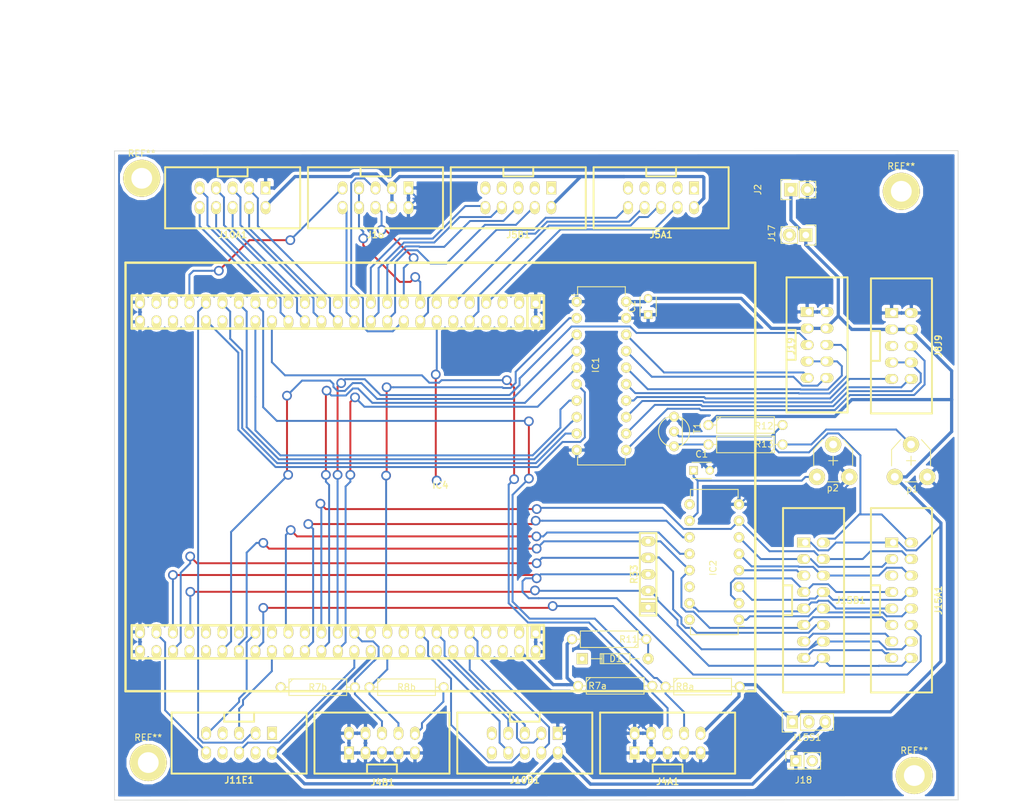
<source format=kicad_pcb>
(kicad_pcb (version 4) (host pcbnew 4.0.2-stable)
  (layers (0 F.Cu signal) (31 B.Cu signal) (34 B.Paste user) (35 F.Paste user) (36 B.SilkS user) (37 F.SilkS user) (38 B.Mask user) (39 F.Mask user) (44 Edge.Cuts user))
  (net 0 "")
  (net 1 "Net-(C1-Pad1)")
  (net 2 GND)
  (net 3 +5V)
  (net 4 /PD0)
  (net 5 /PD1)
  (net 6 /PB8)
  (net 7 /PA15)
  (net 8 /PB3)
  (net 9 /PB5)
  (net 10 /PD10)
  (net 11 /PB12)
  (net 12 /PB13)
  (net 13 /PB15)
  (net 14 "Net-(IC1-Pad11)")
  (net 15 "Net-(IC1-Pad12)")
  (net 16 "Net-(IC1-Pad13)")
  (net 17 "Net-(IC1-Pad14)")
  (net 18 "Net-(IC1-Pad15)")
  (net 19 "Net-(IC1-Pad16)")
  (net 20 "Net-(IC1-Pad17)")
  (net 21 "Net-(IC1-Pad18)")
  (net 22 "Net-(IC2-Pad1)")
  (net 23 "Net-(IC2-Pad2)")
  (net 24 "Net-(IC2-Pad3)")
  (net 25 "Net-(IC2-Pad4)")
  (net 26 "Net-(IC2-Pad5)")
  (net 27 "Net-(IC2-Pad6)")
  (net 28 /PD7)
  (net 29 "Net-(IC2-Pad9)")
  (net 30 /PD6)
  (net 31 /PD3)
  (net 32 /PC11)
  (net 33 /PA8)
  (net 34 "Net-(IC2-Pad15)")
  (net 35 /PB10)
  (net 36 /PB11)
  (net 37 /PB6)
  (net 38 /PB9)
  (net 39 +3V3)
  (net 40 "Net-(J5A1-Pad3)")
  (net 41 /PC1)
  (net 42 /PC2)
  (net 43 /PA1)
  (net 44 /PA4)
  (net 45 "Net-(J5B1-Pad3)")
  (net 46 /PC4)
  (net 47 /PC5)
  (net 48 /PB0)
  (net 49 /PB1)
  (net 50 /PB14)
  (net 51 /PE8)
  (net 52 /PE9)
  (net 53 /PE10)
  (net 54 /PE11)
  (net 55 /PE12)
  (net 56 /PE13)
  (net 57 /PE14)
  (net 58 /PE15)
  (net 59 /PC13)
  (net 60 /PC14)
  (net 61 /PC15)
  (net 62 /PE2)
  (net 63 /PE4)
  (net 64 /PE5)
  (net 65 /PE6)
  (net 66 /PE7)
  (net 67 /PD9)
  (net 68 /PA3)
  (net 69 /PD2)
  (net 70 /PB7)
  (net 71 /PD8)
  (net 72 /PA2)
  (net 73 /PC12)
  (net 74 /PC6)
  (net 75 "Net-(J15A1-Pad2)")
  (net 76 /PC8)
  (net 77 "Net-(J15A1-Pad13)")
  (net 78 /PC9)
  (net 79 /PA6)
  (net 80 /PA7)
  (net 81 /PA5)
  (net 82 /PD11)
  (net 83 /PB2)
  (net 84 /PA9)
  (net 85 /PB4)
  (net 86 "Net-(R13-Pad1)")
  (net 87 "Net-(R13-Pad2)")
  (net 88 "Net-(IC4-Pad59)")
  (net 89 "Net-(IC4-Pad61)")
  (net 90 "Net-(IC4-Pad63)")
  (net 91 "Net-(IC4-Pad71)")
  (net 92 "Net-(IC4-Pad79)")
  (net 93 "Net-(IC4-Pad83)")
  (net 94 "Net-(IC4-Pad93)")
  (net 95 "Net-(IC4-Pad96)")
  (net 96 "Net-(IC4-Pad94)")
  (net 97 "Net-(IC4-Pad86)")
  (net 98 "Net-(IC4-Pad84)")
  (net 99 "Net-(IC4-Pad70)")
  (net 100 "Net-(IC4-Pad60)")
  (net 101 "Net-(IC4-Pad54)")
  (net 102 "Net-(IC4-Pad48)")
  (net 103 "Net-(IC4-Pad46)")
  (net 104 "Net-(IC4-Pad44)")
  (net 105 "Net-(IC4-Pad12)")
  (net 106 "Net-(IC4-Pad8)")
  (net 107 "Net-(IC4-Pad6)")
  (net 108 "Net-(IC4-Pad9)")
  (net 109 "Net-(IC4-Pad45)")
  (net 110 "Net-(IC4-Pad47)")
  (module w_conn_strip:vasch_strip_5x2 (layer F.Cu) (at 158.27 79.92 270)
    (fp_text reference J19 (at 0.2 4 270) (layer F.SilkS) (effects (font (thickness 0.2032))))
    (fp_text value CONN_02X05 hide)
    (pad 9 thru_hole oval (at 5.08 1.27 270) (size 1.5 2) (drill 1 (offset 0 0.25)) (layers *.Cu *.Mask F.SilkS) (net 21 "Net-(IC1-Pad18)"))
    (pad 10 thru_hole oval (at 5.08 -1.27 270) (size 1.5 2) (drill 1 (offset 0 -0.25)) (layers *.Cu *.Mask F.SilkS) (net 20 "Net-(IC1-Pad17)"))
    (pad 8 thru_hole oval (at 2.54 -1.27 270) (size 1.5 2) (drill 1 (offset 0 -0.25)) (layers *.Cu *.Mask F.SilkS) (net 19 "Net-(IC1-Pad16)"))
    (pad 7 thru_hole oval (at 2.54 1.27 270) (size 1.5 2) (drill 1 (offset 0 0.25)) (layers *.Cu *.Mask F.SilkS) (net 19 "Net-(IC1-Pad16)"))
    (pad 1 thru_hole rect (at -5.08 1.27 270) (size 1.5 2) (drill 1 (offset 0 0.25)) (layers *.Cu *.Mask F.SilkS) (net 2 GND))
    (pad 2 thru_hole oval (at -5.08 -1.27 270) (size 1.5 2) (drill 1 (offset 0 -0.25)) (layers *.Cu *.Mask F.SilkS) (net 2 GND))
    (pad 3 thru_hole oval (at -2.54 1.27 270) (size 1.5 2) (drill 1 (offset 0 0.25)) (layers *.Cu *.Mask F.SilkS) (net 3 +5V))
    (pad 4 thru_hole oval (at -2.54 -1.27 270) (size 1.5 2) (drill 1 (offset 0 -0.25)) (layers *.Cu *.Mask F.SilkS) (net 3 +5V))
    (pad 5 thru_hole oval (at 0 1.27 270) (size 1.5 2) (drill 1 (offset 0 0.25)) (layers *.Cu *.Mask F.SilkS) (net 85 /PB4))
    (pad 6 thru_hole oval (at 0 -1.27 270) (size 1.5 2) (drill 1 (offset 0 -0.25)) (layers *.Cu *.Mask F.SilkS) (net 18 "Net-(IC1-Pad15)"))
  )
  (module w_conn_misc:stm32f4_discovery_header (layer F.Cu) (at 100.25 100.26)
    (fp_text reference IC4 (at 0 1.27) (layer F.SilkS) (effects (font (size 1.016 1.016) (thickness 0.2032))))
    (fp_text value STM32F4_Discovery_Header hide)
    (pad 51 thru_hole oval (at -46.28 24.13) (size 1.5 2) (drill 0.99822 (offset 0 -0.25)) (layers *.Cu *.Mask F.SilkS) (net 2 GND))
    (pad 53 thru_hole oval (at -43.74 24.13) (size 1.5 2) (drill 0.99822 (offset 0 -0.25)) (layers *.Cu *.Mask F.SilkS) (net 74 /PC6))
    (pad 55 thru_hole oval (at -41.2 24.13) (size 1.5 2) (drill 0.99822 (offset 0 -0.25)) (layers *.Cu *.Mask F.SilkS) (net 76 /PC8))
    (pad 57 thru_hole oval (at -38.66 24.13) (size 1.5 2) (drill 0.99822 (offset 0 -0.25)) (layers *.Cu *.Mask F.SilkS) (net 33 /PA8))
    (pad 59 thru_hole oval (at -36.12 24.13) (size 1.5 2) (drill 0.99822 (offset 0 -0.25)) (layers *.Cu *.Mask F.SilkS) (net 88 "Net-(IC4-Pad59)"))
    (pad 61 thru_hole oval (at -33.58 24.13) (size 1.5 2) (drill 0.99822 (offset 0 -0.25)) (layers *.Cu *.Mask F.SilkS) (net 89 "Net-(IC4-Pad61)"))
    (pad 63 thru_hole oval (at -31.04 24.13) (size 1.5 2) (drill 0.99822 (offset 0 -0.25)) (layers *.Cu *.Mask F.SilkS) (net 90 "Net-(IC4-Pad63)"))
    (pad 65 thru_hole oval (at -28.5 24.13) (size 1.5 2) (drill 0.99822 (offset 0 -0.25)) (layers *.Cu *.Mask F.SilkS) (net 73 /PC12))
    (pad 67 thru_hole oval (at -25.96 24.13) (size 1.5 2) (drill 0.99822 (offset 0 -0.25)) (layers *.Cu *.Mask F.SilkS) (net 5 /PD1))
    (pad 69 thru_hole oval (at -23.42 24.13) (size 1.5 2) (drill 0.99822 (offset 0 -0.25)) (layers *.Cu *.Mask F.SilkS) (net 31 /PD3))
    (pad 71 thru_hole oval (at -20.88 24.13) (size 1.5 2) (drill 0.99822 (offset 0 -0.25)) (layers *.Cu *.Mask F.SilkS) (net 91 "Net-(IC4-Pad71)"))
    (pad 73 thru_hole oval (at -18.34 24.13) (size 1.5 2) (drill 0.99822 (offset 0 -0.25)) (layers *.Cu *.Mask F.SilkS) (net 28 /PD7))
    (pad 75 thru_hole oval (at -15.8 24.13) (size 1.5 2) (drill 0.99822 (offset 0 -0.25)) (layers *.Cu *.Mask F.SilkS) (net 85 /PB4))
    (pad 77 thru_hole oval (at -13.26 24.13) (size 1.5 2) (drill 0.99822 (offset 0 -0.25)) (layers *.Cu *.Mask F.SilkS) (net 37 /PB6))
    (pad 79 thru_hole oval (at -10.72 24.13) (size 1.5 2) (drill 0.99822 (offset 0 -0.25)) (layers *.Cu *.Mask F.SilkS) (net 92 "Net-(IC4-Pad79)"))
    (pad 81 thru_hole oval (at -8.18 24.13) (size 1.5 2) (drill 0.99822 (offset 0 -0.25)) (layers *.Cu *.Mask F.SilkS) (net 6 /PB8))
    (pad 83 thru_hole oval (at -5.64 24.13) (size 1.5 2) (drill 0.99822 (offset 0 -0.25)) (layers *.Cu *.Mask F.SilkS) (net 93 "Net-(IC4-Pad83)"))
    (pad 85 thru_hole oval (at -3.1 24.13) (size 1.5 2) (drill 0.99822 (offset 0 -0.25)) (layers *.Cu *.Mask F.SilkS) (net 62 /PE2))
    (pad 87 thru_hole oval (at -0.56 24.13) (size 1.5 2) (drill 0.99822 (offset 0 -0.25)) (layers *.Cu *.Mask F.SilkS) (net 63 /PE4))
    (pad 89 thru_hole oval (at 1.98 24.13) (size 1.5 2) (drill 0.99822 (offset 0 -0.25)) (layers *.Cu *.Mask F.SilkS) (net 65 /PE6))
    (pad 91 thru_hole oval (at 4.52 24.13) (size 1.5 2) (drill 0.99822 (offset 0 -0.25)) (layers *.Cu *.Mask F.SilkS) (net 60 /PC14))
    (pad 93 thru_hole oval (at 7.06 24.13) (size 1.5 2) (drill 0.99822 (offset 0 -0.25)) (layers *.Cu *.Mask F.SilkS) (net 94 "Net-(IC4-Pad93)"))
    (pad 95 thru_hole oval (at 9.6 24.13) (size 1.5 2) (drill 0.99822 (offset 0 -0.25)) (layers *.Cu *.Mask F.SilkS) (net 39 +3V3))
    (pad 97 thru_hole oval (at 12.14 24.13) (size 1.5 2) (drill 0.99822 (offset 0 -0.25)) (layers *.Cu *.Mask F.SilkS) (net 3 +5V))
    (pad 99 thru_hole rect (at 14.68 24.13) (size 1.5 2) (drill 1.00076 (offset 0 -0.25)) (layers *.Cu *.Mask F.SilkS) (net 2 GND))
    (pad 100 thru_hole oval (at 14.68 26.67) (size 1.5 2) (drill 1.00076 (offset 0 0.25)) (layers *.Cu *.Mask F.SilkS) (net 2 GND))
    (pad 98 thru_hole oval (at 12.14 26.67) (size 1.5 2) (drill 1.00076 (offset 0 0.25)) (layers *.Cu *.Mask F.SilkS) (net 3 +5V))
    (pad 96 thru_hole oval (at 9.6 26.67) (size 1.5 2) (drill 1.00076 (offset 0 0.25)) (layers *.Cu *.Mask F.SilkS) (net 95 "Net-(IC4-Pad96)"))
    (pad 94 thru_hole oval (at 7.06 26.67) (size 1.5 2) (drill 1.00076 (offset 0 0.25)) (layers *.Cu *.Mask F.SilkS) (net 96 "Net-(IC4-Pad94)"))
    (pad 92 thru_hole oval (at 4.52 26.67) (size 1.5 2) (drill 1.00076 (offset 0 0.25)) (layers *.Cu *.Mask F.SilkS) (net 61 /PC15))
    (pad 90 thru_hole oval (at 1.98 26.67) (size 1.5 2) (drill 1.00076 (offset 0 0.25)) (layers *.Cu *.Mask F.SilkS) (net 59 /PC13))
    (pad 88 thru_hole oval (at -0.56 26.67) (size 1.5 2) (drill 1.00076 (offset 0 0.25)) (layers *.Cu *.Mask F.SilkS) (net 64 /PE5))
    (pad 86 thru_hole oval (at -3.1 26.67) (size 1.5 2) (drill 1.00076 (offset 0 0.25)) (layers *.Cu *.Mask F.SilkS) (net 97 "Net-(IC4-Pad86)"))
    (pad 84 thru_hole oval (at -5.64 26.67) (size 1.5 2) (drill 1.00076 (offset 0 0.25)) (layers *.Cu *.Mask F.SilkS) (net 98 "Net-(IC4-Pad84)"))
    (pad 82 thru_hole oval (at -8.18 26.67) (size 1.5 2) (drill 1.00076 (offset 0 0.25)) (layers *.Cu *.Mask F.SilkS) (net 38 /PB9))
    (pad 80 thru_hole oval (at -10.72 26.67) (size 1.5 2) (drill 1.00076 (offset 0 0.25)) (layers *.Cu *.Mask F.SilkS) (net 39 +3V3))
    (pad 78 thru_hole oval (at -13.26 26.67) (size 1.5 2) (drill 1.00076 (offset 0 0.25)) (layers *.Cu *.Mask F.SilkS) (net 70 /PB7))
    (pad 76 thru_hole oval (at -15.8 26.67) (size 1.5 2) (drill 1.00076 (offset 0 0.25)) (layers *.Cu *.Mask F.SilkS) (net 9 /PB5))
    (pad 74 thru_hole oval (at -18.34 26.67) (size 1.5 2) (drill 1.00076 (offset 0 0.25)) (layers *.Cu *.Mask F.SilkS) (net 8 /PB3))
    (pad 72 thru_hole oval (at -20.88 26.67) (size 1.5 2) (drill 1.00076 (offset 0 0.25)) (layers *.Cu *.Mask F.SilkS) (net 30 /PD6))
    (pad 70 thru_hole oval (at -23.42 26.67) (size 1.5 2) (drill 1.00076 (offset 0 0.25)) (layers *.Cu *.Mask F.SilkS) (net 99 "Net-(IC4-Pad70)"))
    (pad 68 thru_hole oval (at -25.96 26.67) (size 1.5 2) (drill 1.00076 (offset 0 0.25)) (layers *.Cu *.Mask F.SilkS) (net 69 /PD2))
    (pad 66 thru_hole oval (at -28.5 26.67) (size 1.5 2) (drill 1.00076 (offset 0 0.25)) (layers *.Cu *.Mask F.SilkS) (net 4 /PD0))
    (pad 64 thru_hole oval (at -31.04 26.67) (size 1.5 2) (drill 1.00076 (offset 0 0.25)) (layers *.Cu *.Mask F.SilkS) (net 32 /PC11))
    (pad 62 thru_hole oval (at -33.58 26.67) (size 1.5 2) (drill 1.00076 (offset 0 0.25)) (layers *.Cu *.Mask F.SilkS) (net 7 /PA15))
    (pad 60 thru_hole oval (at -36.12 26.67) (size 1.5 2) (drill 1.00076 (offset 0 0.25)) (layers *.Cu *.Mask F.SilkS) (net 100 "Net-(IC4-Pad60)"))
    (pad 58 thru_hole oval (at -38.66 26.67) (size 1.5 2) (drill 1.00076 (offset 0 0.25)) (layers *.Cu *.Mask F.SilkS) (net 84 /PA9))
    (pad 56 thru_hole oval (at -41.2 26.67) (size 1.5 2) (drill 1.00076 (offset 0 0.25)) (layers *.Cu *.Mask F.SilkS) (net 78 /PC9))
    (pad 54 thru_hole oval (at -43.74 26.67) (size 1.5 2) (drill 1.00076 (offset 0 0.25)) (layers *.Cu *.Mask F.SilkS) (net 101 "Net-(IC4-Pad54)"))
    (pad 52 thru_hole oval (at -46.28 26.67) (size 1.5 2) (drill 1.00076 (offset 0 0.25)) (layers *.Cu *.Mask F.SilkS) (net 2 GND))
    (pad 50 thru_hole oval (at -46.28 -24.13) (size 1.5 2) (drill 1.00076 (offset 0 0.25)) (layers *.Cu *.Mask F.SilkS) (net 2 GND))
    (pad 48 thru_hole oval (at -43.74 -24.13) (size 1.5 2) (drill 1.00076 (offset 0 0.25)) (layers *.Cu *.Mask F.SilkS) (net 102 "Net-(IC4-Pad48)"))
    (pad 46 thru_hole oval (at -41.2 -24.13) (size 1.5 2) (drill 1.00076 (offset 0 0.25)) (layers *.Cu *.Mask F.SilkS) (net 103 "Net-(IC4-Pad46)"))
    (pad 44 thru_hole oval (at -38.66 -24.13) (size 1.5 2) (drill 1.00076 (offset 0 0.25)) (layers *.Cu *.Mask F.SilkS) (net 104 "Net-(IC4-Pad44)"))
    (pad 42 thru_hole oval (at -36.12 -24.13) (size 1.5 2) (drill 1.00076 (offset 0 0.25)) (layers *.Cu *.Mask F.SilkS) (net 10 /PD10))
    (pad 40 thru_hole oval (at -33.58 -24.13) (size 1.5 2) (drill 1.00076 (offset 0 0.25)) (layers *.Cu *.Mask F.SilkS) (net 71 /PD8))
    (pad 38 thru_hole oval (at -31.04 -24.13) (size 1.5 2) (drill 1.00076 (offset 0 0.25)) (layers *.Cu *.Mask F.SilkS) (net 50 /PB14))
    (pad 36 thru_hole oval (at -28.5 -24.13) (size 1.5 2) (drill 1.00076 (offset 0 0.25)) (layers *.Cu *.Mask F.SilkS) (net 11 /PB12))
    (pad 34 thru_hole oval (at -25.96 -24.13) (size 1.5 2) (drill 1.00076 (offset 0 0.25)) (layers *.Cu *.Mask F.SilkS) (net 35 /PB10))
    (pad 32 thru_hole oval (at -23.42 -24.13) (size 1.5 2) (drill 1.00076 (offset 0 0.25)) (layers *.Cu *.Mask F.SilkS) (net 57 /PE14))
    (pad 30 thru_hole oval (at -20.88 -24.13) (size 1.5 2) (drill 1.00076 (offset 0 0.25)) (layers *.Cu *.Mask F.SilkS) (net 55 /PE12))
    (pad 28 thru_hole oval (at -18.34 -24.13) (size 1.5 2) (drill 1.00076 (offset 0 0.25)) (layers *.Cu *.Mask F.SilkS) (net 53 /PE10))
    (pad 26 thru_hole oval (at -15.8 -24.13) (size 1.5 2) (drill 1.00076 (offset 0 0.25)) (layers *.Cu *.Mask F.SilkS) (net 51 /PE8))
    (pad 24 thru_hole oval (at -13.26 -24.13) (size 1.5 2) (drill 1.00076 (offset 0 0.25)) (layers *.Cu *.Mask F.SilkS) (net 83 /PB2))
    (pad 22 thru_hole oval (at -10.72 -24.13) (size 1.5 2) (drill 1.00076 (offset 0 0.25)) (layers *.Cu *.Mask F.SilkS) (net 48 /PB0))
    (pad 20 thru_hole oval (at -8.18 -24.13) (size 1.5 2) (drill 1.00076 (offset 0 0.25)) (layers *.Cu *.Mask F.SilkS) (net 46 /PC4))
    (pad 18 thru_hole oval (at -5.64 -24.13) (size 1.5 2) (drill 1.00076 (offset 0 0.25)) (layers *.Cu *.Mask F.SilkS) (net 79 /PA6))
    (pad 16 thru_hole oval (at -3.1 -24.13) (size 1.5 2) (drill 1.00076 (offset 0 0.25)) (layers *.Cu *.Mask F.SilkS) (net 44 /PA4))
    (pad 14 thru_hole oval (at -0.56 -24.13) (size 1.5 2) (drill 1.00076 (offset 0 0.25)) (layers *.Cu *.Mask F.SilkS) (net 72 /PA2))
    (pad 12 thru_hole oval (at 1.98 -24.13) (size 1.5 2) (drill 1.00076 (offset 0 0.25)) (layers *.Cu *.Mask F.SilkS) (net 105 "Net-(IC4-Pad12)"))
    (pad 10 thru_hole oval (at 4.52 -24.13) (size 1.5 2) (drill 1.00076 (offset 0 0.25)) (layers *.Cu *.Mask F.SilkS) (net 42 /PC2))
    (pad 8 thru_hole oval (at 7.06 -24.13) (size 1.5 2) (drill 1.00076 (offset 0 0.25)) (layers *.Cu *.Mask F.SilkS) (net 106 "Net-(IC4-Pad8)"))
    (pad 6 thru_hole oval (at 9.6 -24.13) (size 1.5 2) (drill 1.00076 (offset 0 0.25)) (layers *.Cu *.Mask F.SilkS) (net 107 "Net-(IC4-Pad6)"))
    (pad 4 thru_hole oval (at 12.14 -24.13) (size 1.5 2) (drill 1.00076 (offset 0 0.25)) (layers *.Cu *.Mask F.SilkS) (net 39 +3V3))
    (pad 2 thru_hole oval (at 14.68 -24.13) (size 1.5 2) (drill 1.00076 (offset 0 0.25)) (layers *.Cu *.Mask F.SilkS) (net 2 GND))
    (pad 1 thru_hole rect (at 14.68 -26.67) (size 1.5 2) (drill 1.00076 (offset 0 -0.25)) (layers *.Cu *.Mask F.SilkS) (net 2 GND))
    (pad 3 thru_hole oval (at 12.14 -26.67) (size 1.5 2) (drill 0.99822 (offset 0 -0.25)) (layers *.Cu *.Mask F.SilkS) (net 39 +3V3))
    (pad 5 thru_hole oval (at 9.6 -26.67) (size 1.5 2) (drill 0.99822 (offset 0 -0.25)) (layers *.Cu *.Mask F.SilkS) (net 2 GND))
    (pad 7 thru_hole oval (at 7.06 -26.67) (size 1.5 2) (drill 0.99822 (offset 0 -0.25)) (layers *.Cu *.Mask F.SilkS) (net 41 /PC1))
    (pad 9 thru_hole oval (at 4.52 -26.67) (size 1.5 2) (drill 0.99822 (offset 0 -0.25)) (layers *.Cu *.Mask F.SilkS) (net 108 "Net-(IC4-Pad9)"))
    (pad 11 thru_hole oval (at 1.98 -26.67) (size 1.5 2) (drill 0.99822 (offset 0 -0.25)) (layers *.Cu *.Mask F.SilkS) (net 43 /PA1))
    (pad 13 thru_hole oval (at -0.56 -26.67) (size 1.5 2) (drill 0.99822 (offset 0 -0.25)) (layers *.Cu *.Mask F.SilkS) (net 68 /PA3))
    (pad 15 thru_hole oval (at -3.1 -26.67) (size 1.5 2) (drill 0.99822 (offset 0 -0.25)) (layers *.Cu *.Mask F.SilkS) (net 81 /PA5))
    (pad 17 thru_hole oval (at -5.64 -26.67) (size 1.5 2) (drill 0.99822 (offset 0 -0.25)) (layers *.Cu *.Mask F.SilkS) (net 80 /PA7))
    (pad 19 thru_hole oval (at -8.18 -26.67) (size 1.5 2) (drill 0.99822 (offset 0 -0.25)) (layers *.Cu *.Mask F.SilkS) (net 47 /PC5))
    (pad 21 thru_hole oval (at -10.72 -26.67) (size 1.5 2) (drill 0.99822 (offset 0 -0.25)) (layers *.Cu *.Mask F.SilkS) (net 49 /PB1))
    (pad 23 thru_hole oval (at -13.26 -26.67) (size 1.5 2) (drill 0.99822 (offset 0 -0.25)) (layers *.Cu *.Mask F.SilkS) (net 2 GND))
    (pad 25 thru_hole oval (at -15.8 -26.67) (size 1.5 2) (drill 0.99822 (offset 0 -0.25)) (layers *.Cu *.Mask F.SilkS) (net 66 /PE7))
    (pad 27 thru_hole oval (at -18.34 -26.67) (size 1.5 2) (drill 0.99822 (offset 0 -0.25)) (layers *.Cu *.Mask F.SilkS) (net 52 /PE9))
    (pad 29 thru_hole oval (at -20.88 -26.67) (size 1.5 2) (drill 0.99822 (offset 0 -0.25)) (layers *.Cu *.Mask F.SilkS) (net 54 /PE11))
    (pad 31 thru_hole oval (at -23.42 -26.67) (size 1.5 2) (drill 0.99822 (offset 0 -0.25)) (layers *.Cu *.Mask F.SilkS) (net 56 /PE13))
    (pad 33 thru_hole oval (at -25.96 -26.67) (size 1.5 2) (drill 0.99822 (offset 0 -0.25)) (layers *.Cu *.Mask F.SilkS) (net 58 /PE15))
    (pad 35 thru_hole oval (at -28.5 -26.67) (size 1.5 2) (drill 0.99822 (offset 0 -0.25)) (layers *.Cu *.Mask F.SilkS) (net 36 /PB11))
    (pad 37 thru_hole oval (at -31.04 -26.67) (size 1.5 2) (drill 0.99822 (offset 0 -0.25)) (layers *.Cu *.Mask F.SilkS) (net 12 /PB13))
    (pad 39 thru_hole oval (at -33.58 -26.67) (size 1.5 2) (drill 0.99822 (offset 0 -0.25)) (layers *.Cu *.Mask F.SilkS) (net 13 /PB15))
    (pad 41 thru_hole oval (at -36.12 -26.67) (size 1.5 2) (drill 0.99822 (offset 0 -0.25)) (layers *.Cu *.Mask F.SilkS) (net 67 /PD9))
    (pad 43 thru_hole oval (at -38.66 -26.67) (size 1.5 2) (drill 0.99822 (offset 0 -0.25)) (layers *.Cu *.Mask F.SilkS) (net 82 /PD11))
    (pad 45 thru_hole oval (at -41.2 -26.67) (size 1.5 2) (drill 0.99822 (offset 0 -0.25)) (layers *.Cu *.Mask F.SilkS) (net 109 "Net-(IC4-Pad45)"))
    (pad 47 thru_hole oval (at -43.74 -26.67) (size 1.5 2) (drill 0.99822 (offset 0 -0.25)) (layers *.Cu *.Mask F.SilkS) (net 110 "Net-(IC4-Pad47)"))
    (pad 49 thru_hole oval (at -46.28 -26.67) (size 1.5 2) (drill 0.99822 (offset 0 -0.25)) (layers *.Cu *.Mask F.SilkS) (net 2 GND))
  )
  (module w_conn_strip:vasch_strip_5x2 (layer F.Cu) (at 90.25 57.26 180)
    (fp_text reference J16 (at 0 -5.7 180) (layer F.SilkS) (effects (font (thickness 0.2032))))
    (fp_text value CONN_02X05 hide)
    (pad 9 thru_hole oval (at 5.08 1.27 180) (size 1.5 2) (drill 1 (offset 0 0.25)) (layers *.Cu *.Mask F.SilkS) (net 82 /PD11))
    (pad 10 thru_hole oval (at 5.08 -1.27 180) (size 1.5 2) (drill 1 (offset 0 -0.25)) (layers *.Cu *.Mask F.SilkS) (net 83 /PB2))
    (pad 8 thru_hole oval (at 2.54 -1.27 180) (size 1.5 2) (drill 1 (offset 0 -0.25)) (layers *.Cu *.Mask F.SilkS) (net 81 /PA5))
    (pad 7 thru_hole oval (at 2.54 1.27 180) (size 1.5 2) (drill 1 (offset 0 0.25)) (layers *.Cu *.Mask F.SilkS) (net 81 /PA5))
    (pad 1 thru_hole rect (at -5.08 1.27 180) (size 1.5 2) (drill 1 (offset 0 0.25)) (layers *.Cu *.Mask F.SilkS) (net 2 GND))
    (pad 2 thru_hole oval (at -5.08 -1.27 180) (size 1.5 2) (drill 1 (offset 0 -0.25)) (layers *.Cu *.Mask F.SilkS) (net 2 GND))
    (pad 3 thru_hole oval (at -2.54 1.27 180) (size 1.5 2) (drill 1 (offset 0 0.25)) (layers *.Cu *.Mask F.SilkS) (net 39 +3V3))
    (pad 4 thru_hole oval (at -2.54 -1.27 180) (size 1.5 2) (drill 1 (offset 0 -0.25)) (layers *.Cu *.Mask F.SilkS) (net 39 +3V3))
    (pad 5 thru_hole oval (at 0 1.27 180) (size 1.5 2) (drill 1 (offset 0 0.25)) (layers *.Cu *.Mask F.SilkS) (net 79 /PA6))
    (pad 6 thru_hole oval (at 0 -1.27 180) (size 1.5 2) (drill 1 (offset 0 -0.25)) (layers *.Cu *.Mask F.SilkS) (net 80 /PA7))
  )
  (module Mounting_Holes:MountingHole_3.2mm_M3_ISO7380_Pad (layer F.Cu) (at 55.25 144.26)
    (fp_text reference REF** (at 0 -3.85) (layer F.SilkS))
    (fp_text value MountingHole_3mm)
    (pad 1 thru_hole circle (at 0 0) (size 5.7 5.7) (drill 3.2) (layers *.Cu *.Mask F.SilkS))
  )
  (module Housings_DIP:DIP-16_W7.62mm (layer F.Cu) (at 146.25 122.26 180)
    (fp_text reference IC2 (at 3.99 7.98 270) (layer F.SilkS))
    (fp_text value 74HC595)
    (pad 1 thru_hole oval (at 0 0 180) (size 1.6 1.6) (drill 0.8) (layers *.Cu *.Mask F.SilkS) (net 22 "Net-(IC2-Pad1)"))
    (pad 2 thru_hole oval (at 0 2.54 180) (size 1.6 1.6) (drill 0.8) (layers *.Cu *.Mask F.SilkS) (net 23 "Net-(IC2-Pad2)"))
    (pad 3 thru_hole oval (at 0 5.08 180) (size 1.6 1.6) (drill 0.8) (layers *.Cu *.Mask F.SilkS) (net 24 "Net-(IC2-Pad3)"))
    (pad 4 thru_hole oval (at 0 7.62 180) (size 1.6 1.6) (drill 0.8) (layers *.Cu *.Mask F.SilkS) (net 25 "Net-(IC2-Pad4)"))
    (pad 5 thru_hole oval (at 0 10.16 180) (size 1.6 1.6) (drill 0.8) (layers *.Cu *.Mask F.SilkS) (net 26 "Net-(IC2-Pad5)"))
    (pad 6 thru_hole oval (at 0 12.7 180) (size 1.6 1.6) (drill 0.8) (layers *.Cu *.Mask F.SilkS) (net 27 "Net-(IC2-Pad6)"))
    (pad 7 thru_hole oval (at 0 15.24 180) (size 1.6 1.6) (drill 0.8) (layers *.Cu *.Mask F.SilkS) (net 28 /PD7))
    (pad 8 thru_hole oval (at 0 17.78 180) (size 1.6 1.6) (drill 0.8) (layers *.Cu *.Mask F.SilkS) (net 2 GND))
    (pad 9 thru_hole oval (at 7.62 17.78 180) (size 1.6 1.6) (drill 0.8) (layers *.Cu *.Mask F.SilkS) (net 29 "Net-(IC2-Pad9)"))
    (pad 10 thru_hole oval (at 7.62 15.24 180) (size 1.6 1.6) (drill 0.8) (layers *.Cu *.Mask F.SilkS) (net 1 "Net-(C1-Pad1)"))
    (pad 11 thru_hole oval (at 7.62 12.7 180) (size 1.6 1.6) (drill 0.8) (layers *.Cu *.Mask F.SilkS) (net 30 /PD6))
    (pad 12 thru_hole oval (at 7.62 10.16 180) (size 1.6 1.6) (drill 0.8) (layers *.Cu *.Mask F.SilkS) (net 31 /PD3))
    (pad 13 thru_hole oval (at 7.62 7.62 180) (size 1.6 1.6) (drill 0.8) (layers *.Cu *.Mask F.SilkS) (net 32 /PC11))
    (pad 14 thru_hole oval (at 7.62 5.08 180) (size 1.6 1.6) (drill 0.8) (layers *.Cu *.Mask F.SilkS) (net 33 /PA8))
    (pad 15 thru_hole oval (at 7.62 2.54 180) (size 1.6 1.6) (drill 0.8) (layers *.Cu *.Mask F.SilkS) (net 34 "Net-(IC2-Pad15)"))
    (pad 16 thru_hole oval (at 7.62 0 180) (size 1.6 1.6) (drill 0.8) (layers *.Cu *.Mask F.SilkS) (net 1 "Net-(C1-Pad1)"))
  )
  (module Housings_DIP:DIP-20_W7.62mm (layer F.Cu) (at 121.25 73.26)
    (fp_text reference IC1 (at 2.92 9.76 90) (layer F.SilkS))
    (fp_text value 74HCT541)
    (pad 1 thru_hole oval (at 0 0) (size 1.6 1.6) (drill 0.8) (layers *.Cu *.Mask F.SilkS) (net 2 GND))
    (pad 2 thru_hole oval (at 0 2.54) (size 1.6 1.6) (drill 0.8) (layers *.Cu *.Mask F.SilkS) (net 6 /PB8))
    (pad 3 thru_hole oval (at 0 5.08) (size 1.6 1.6) (drill 0.8) (layers *.Cu *.Mask F.SilkS) (net 7 /PA15))
    (pad 4 thru_hole oval (at 0 7.62) (size 1.6 1.6) (drill 0.8) (layers *.Cu *.Mask F.SilkS) (net 8 /PB3))
    (pad 5 thru_hole oval (at 0 10.16) (size 1.6 1.6) (drill 0.8) (layers *.Cu *.Mask F.SilkS) (net 9 /PB5))
    (pad 6 thru_hole oval (at 0 12.7) (size 1.6 1.6) (drill 0.8) (layers *.Cu *.Mask F.SilkS) (net 10 /PD10))
    (pad 7 thru_hole oval (at 0 15.24) (size 1.6 1.6) (drill 0.8) (layers *.Cu *.Mask F.SilkS) (net 11 /PB12))
    (pad 8 thru_hole oval (at 0 17.78) (size 1.6 1.6) (drill 0.8) (layers *.Cu *.Mask F.SilkS) (net 12 /PB13))
    (pad 9 thru_hole oval (at 0 20.32) (size 1.6 1.6) (drill 0.8) (layers *.Cu *.Mask F.SilkS) (net 13 /PB15))
    (pad 10 thru_hole oval (at 0 22.86) (size 1.6 1.6) (drill 0.8) (layers *.Cu *.Mask F.SilkS) (net 2 GND))
    (pad 11 thru_hole oval (at 7.62 22.86) (size 1.6 1.6) (drill 0.8) (layers *.Cu *.Mask F.SilkS) (net 14 "Net-(IC1-Pad11)"))
    (pad 12 thru_hole oval (at 7.62 20.32) (size 1.6 1.6) (drill 0.8) (layers *.Cu *.Mask F.SilkS) (net 15 "Net-(IC1-Pad12)"))
    (pad 13 thru_hole oval (at 7.62 17.78) (size 1.6 1.6) (drill 0.8) (layers *.Cu *.Mask F.SilkS) (net 16 "Net-(IC1-Pad13)"))
    (pad 14 thru_hole oval (at 7.62 15.24) (size 1.6 1.6) (drill 0.8) (layers *.Cu *.Mask F.SilkS) (net 17 "Net-(IC1-Pad14)"))
    (pad 15 thru_hole oval (at 7.62 12.7) (size 1.6 1.6) (drill 0.8) (layers *.Cu *.Mask F.SilkS) (net 18 "Net-(IC1-Pad15)"))
    (pad 16 thru_hole oval (at 7.62 10.16) (size 1.6 1.6) (drill 0.8) (layers *.Cu *.Mask F.SilkS) (net 19 "Net-(IC1-Pad16)"))
    (pad 17 thru_hole oval (at 7.62 7.62) (size 1.6 1.6) (drill 0.8) (layers *.Cu *.Mask F.SilkS) (net 20 "Net-(IC1-Pad17)"))
    (pad 18 thru_hole oval (at 7.62 5.08) (size 1.6 1.6) (drill 0.8) (layers *.Cu *.Mask F.SilkS) (net 21 "Net-(IC1-Pad18)"))
    (pad 19 thru_hole oval (at 7.62 2.54) (size 1.6 1.6) (drill 0.8) (layers *.Cu *.Mask F.SilkS) (net 2 GND))
    (pad 20 thru_hole oval (at 7.62 0) (size 1.6 1.6) (drill 0.8) (layers *.Cu *.Mask F.SilkS) (net 3 +5V))
  )
  (module Diodes_ThroughHole:Diode_DO-35_SOD27_Horizontal_RM10 (layer F.Cu) (at 122.08948 128.26254)
    (fp_text reference D1 (at 5.16052 -0.00254) (layer F.SilkS))
    (fp_text value D)
    (pad 2 thru_hole circle (at 10.16052 -0.00254 180) (size 1.69926 1.69926) (drill 0.70104) (layers *.Cu *.Mask F.SilkS) (net 4 /PD0))
    (pad 1 thru_hole rect (at 0.00052 -0.00254 180) (size 1.69926 1.69926) (drill 0.70104) (layers *.Cu *.Mask F.SilkS) (net 5 /PD1))
  )
  (module Pin_Headers:Pin_Header_Straight_1x02 (layer F.Cu) (at 154.25 56 90)
    (fp_text reference J2 (at 0 -5.1 90) (layer F.SilkS))
    (fp_text value CONN_2)
    (pad 1 thru_hole rect (at 0 0 90) (size 2.032 2.032) (drill 1.016) (layers *.Cu *.Mask F.SilkS) (net 3 +5V))
    (pad 2 thru_hole oval (at 0 2.54 90) (size 2.032 2.032) (drill 1.016) (layers *.Cu *.Mask F.SilkS) (net 2 GND))
  )
  (module Pin_Headers:Pin_Header_Straight_1x03 (layer F.Cu) (at 154.46 138 90)
    (fp_text reference J15S1 (at -2.39 2.19 180) (layer F.SilkS))
    (fp_text value CONN_01X03)
    (pad 1 thru_hole rect (at 0 0 90) (size 2.032 1.7272) (drill 1.016) (layers *.Cu *.Mask F.SilkS) (net 3 +5V))
    (pad 2 thru_hole oval (at 0 2.54 90) (size 2.032 1.7272) (drill 1.016) (layers *.Cu *.Mask F.SilkS) (net 1 "Net-(C1-Pad1)"))
    (pad 3 thru_hole oval (at 0 5.08 90) (size 2.032 1.7272) (drill 1.016) (layers *.Cu *.Mask F.SilkS) (net 39 +3V3))
  )
  (module Pin_Headers:Pin_Header_Straight_1x02 (layer F.Cu) (at 156.54 63 270)
    (fp_text reference J17 (at -0.25 5.25 270) (layer F.SilkS))
    (fp_text value CONN_01X02)
    (pad 1 thru_hole rect (at 0 0 270) (size 2.032 2.032) (drill 1.016) (layers *.Cu *.Mask F.SilkS) (net 3 +5V))
    (pad 2 thru_hole oval (at 0 2.54 270) (size 2.032 2.032) (drill 1.016) (layers *.Cu *.Mask F.SilkS) (net 84 /PA9))
  )
  (module w_pth_resistors:r-sil_5 (layer F.Cu) (at 132.25 115.26 90)
    (fp_text reference R33 (at 0 -2.159 90) (layer F.SilkS) (effects (font (size 1.016 1.016) (thickness 0.2032))))
    (fp_text value R-SIL_4 hide)
    (pad 1 thru_hole rect (at -5.08 0 90) (size 1.524 2.19964) (drill 0.8001) (layers *.Cu *.Mask F.SilkS) (net 1 "Net-(C1-Pad1)"))
    (pad 2 thru_hole oval (at -2.54 0 90) (size 1.524 2.19964) (drill 0.8001) (layers *.Cu *.Mask F.SilkS) (net 33 /PA8))
    (pad 3 thru_hole oval (at 0 0 90) (size 1.524 2.19964) (drill 0.8001) (layers *.Cu *.Mask F.SilkS) (net 76 /PC8))
    (pad 4 thru_hole oval (at 2.54 0 90) (size 1.524 2.19964) (drill 0.8001) (layers *.Cu *.Mask F.SilkS) (net 78 /PC9))
    (pad 5 thru_hole oval (at 5.08 0 90) (size 1.524 2.19964) (drill 0.8001) (layers *.Cu *.Mask F.SilkS) (net 32 /PC11))
  )
  (module Discret:R4-5 (layer F.Cu) (at 126.25 125.26 180)
    (fp_text reference R11 (at -3 0 180) (layer F.SilkS))
    (fp_text value " 1k")
    (pad 1 thru_hole circle (at -5.715 0 180) (size 1.524 1.524) (drill 1.016) (layers *.Cu *.Mask F.SilkS) (net 4 /PD0))
    (pad 2 thru_hole circle (at 5.715 0 180) (size 1.524 1.524) (drill 1.016) (layers *.Cu *.Mask F.SilkS) (net 3 +5V))
  )
  (module Discret:R4-5 (layer F.Cu) (at 140.645 132.56)
    (fp_text reference R8a (at -2.715 0) (layer F.SilkS))
    (fp_text value "R 2.2k")
    (pad 1 thru_hole circle (at -5.715 0) (size 1.524 1.524) (drill 1.016) (layers *.Cu *.Mask F.SilkS) (net 36 /PB11))
    (pad 2 thru_hole circle (at 5.715 0) (size 1.524 1.524) (drill 1.016) (layers *.Cu *.Mask F.SilkS) (net 3 +5V))
  )
  (module Discret:R4-5 (layer F.Cu) (at 95.035 132.65)
    (fp_text reference R8b (at 0 0) (layer F.SilkS))
    (fp_text value R)
    (pad 1 thru_hole circle (at -5.715 0) (size 1.524 1.524) (drill 1.016) (layers *.Cu *.Mask F.SilkS) (net 38 /PB9))
    (pad 2 thru_hole circle (at 5.715 0) (size 1.524 1.524) (drill 1.016) (layers *.Cu *.Mask F.SilkS) (net 3 +5V))
  )
  (module Discret:R4-5 (layer F.Cu) (at 147.25 95.26 180)
    (fp_text reference R13 (at -2.87 0.06 180) (layer F.SilkS))
    (fp_text value "R 1k")
    (pad 1 thru_hole circle (at -5.715 0 180) (size 1.524 1.524) (drill 1.016) (layers *.Cu *.Mask F.SilkS) (net 86 "Net-(R13-Pad1)"))
    (pad 2 thru_hole circle (at 5.715 0 180) (size 1.524 1.524) (drill 1.016) (layers *.Cu *.Mask F.SilkS) (net 87 "Net-(R13-Pad2)"))
  )
  (module Discret:R4-5 (layer F.Cu) (at 81.365 132.65)
    (fp_text reference R7b (at 0 0) (layer F.SilkS))
    (fp_text value R)
    (pad 1 thru_hole circle (at -5.715 0) (size 1.524 1.524) (drill 1.016) (layers *.Cu *.Mask F.SilkS) (net 3 +5V))
    (pad 2 thru_hole circle (at 5.715 0) (size 1.524 1.524) (drill 1.016) (layers *.Cu *.Mask F.SilkS) (net 37 /PB6))
  )
  (module Discret:R4-5 (layer F.Cu) (at 127.175 132.44)
    (fp_text reference R7a (at -2.715 0) (layer F.SilkS))
    (fp_text value "R 2.2k")
    (pad 1 thru_hole circle (at -5.715 0) (size 1.524 1.524) (drill 1.016) (layers *.Cu *.Mask F.SilkS) (net 3 +5V))
    (pad 2 thru_hole circle (at 5.715 0) (size 1.524 1.524) (drill 1.016) (layers *.Cu *.Mask F.SilkS) (net 35 /PB10))
  )
  (module Discret:R4-5 (layer F.Cu) (at 147.25 92.26)
    (fp_text reference R12 (at 2.84 0.15) (layer F.SilkS))
    (fp_text value "R 10k")
    (pad 1 thru_hole circle (at -5.715 0) (size 1.524 1.524) (drill 1.016) (layers *.Cu *.Mask F.SilkS) (net 3 +5V))
    (pad 2 thru_hole circle (at 5.715 0) (size 1.524 1.524) (drill 1.016) (layers *.Cu *.Mask F.SilkS) (net 75 "Net-(J15A1-Pad2)"))
  )
  (module Potentiometers:Potentiometer_VishaySpectrol-Econtrim-Type36T (layer F.Cu) (at 158.25 100.26)
    (fp_text reference p2 (at 2.44 1.7) (layer F.SilkS))
    (fp_text value POT)
    (pad 2 thru_hole circle (at 2.49936 -4.99872) (size 2.49936 2.49936) (drill 1.19888) (layers *.Cu *.Mask F.SilkS) (net 76 /PC8))
    (pad 3 thru_hole circle (at 4.99872 0) (size 2.49936 2.49936) (drill 1.19888) (layers *.Cu *.Mask F.SilkS) (net 2 GND))
    (pad 1 thru_hole circle (at 0 0) (size 2.49936 2.49936) (drill 1.19888) (layers *.Cu *.Mask F.SilkS) (net 1 "Net-(C1-Pad1)"))
  )
  (module Potentiometers:Potentiometer_VishaySpectrol-Econtrim-Type36T (layer F.Cu) (at 170.25 100.26)
    (fp_text reference p1 (at 2.68 1.87) (layer F.SilkS))
    (fp_text value POT)
    (pad 2 thru_hole circle (at 2.49936 -4.99872) (size 2.49936 2.49936) (drill 1.19888) (layers *.Cu *.Mask F.SilkS) (net 86 "Net-(R13-Pad1)"))
    (pad 3 thru_hole circle (at 4.99872 0) (size 2.49936 2.49936) (drill 1.19888) (layers *.Cu *.Mask F.SilkS) (net 2 GND))
    (pad 1 thru_hole circle (at 0 0) (size 2.49936 2.49936) (drill 1.19888) (layers *.Cu *.Mask F.SilkS) (net 3 +5V))
  )
  (module Pin_Headers:Pin_Header_Straight_2x01 (layer F.Cu) (at 155 144)
    (fp_text reference J18 (at 1.18 2.95) (layer F.SilkS))
    (fp_text value CONN_2)
    (pad 1 thru_hole rect (at 0 0) (size 1.7272 1.7272) (drill 1.016) (layers *.Cu *.Mask F.SilkS) (net 2 GND))
    (pad 2 thru_hole oval (at 2.54 0) (size 1.7272 1.7272) (drill 1.016) (layers *.Cu *.Mask F.SilkS) (net 4 /PD0))
  )
  (module "empreinte ksir:bc337" (layer F.Cu) (at 136.25 93.26 90)
    (fp_text reference T1 (at 0.508 3.556 90) (layer F.SilkS))
    (fp_text value BC817-40)
    (pad 3 thru_hole circle (at 0 0 90) (size 1.524 1.524) (drill 0.762) (layers *.Cu *.Mask F.SilkS) (net 75 "Net-(J15A1-Pad2)"))
    (pad 2 thru_hole circle (at 2.286 0 90) (size 1.524 1.524) (drill 0.762) (layers *.Cu *.Mask F.SilkS) (net 2 GND))
    (pad 1 thru_hole circle (at -2.286 0 90) (size 1.524 1.524) (drill 0.762) (layers *.Cu *.Mask F.SilkS) (net 87 "Net-(R13-Pad2)"))
  )
  (module w_conn_strip:vasch_strip_5x2 (layer F.Cu) (at 69.25 141.26 180)
    (fp_text reference J11E1 (at 0 -5.7 180) (layer F.SilkS) (effects (font (thickness 0.2032))))
    (fp_text value CONN_02X05 hide)
    (pad 9 thru_hole oval (at 5.08 1.27 180) (size 1.5 2) (drill 1 (offset 0 0.25)) (layers *.Cu *.Mask F.SilkS) (net 73 /PC12))
    (pad 10 thru_hole oval (at 5.08 -1.27 180) (size 1.5 2) (drill 1 (offset 0 -0.25)) (layers *.Cu *.Mask F.SilkS) (net 74 /PC6))
    (pad 8 thru_hole oval (at 2.54 -1.27 180) (size 1.5 2) (drill 1 (offset 0 -0.25)) (layers *.Cu *.Mask F.SilkS) (net 72 /PA2))
    (pad 7 thru_hole oval (at 2.54 1.27 180) (size 1.5 2) (drill 1 (offset 0 0.25)) (layers *.Cu *.Mask F.SilkS) (net 71 /PD8))
    (pad 1 thru_hole rect (at -5.08 1.27 180) (size 1.5 2) (drill 1 (offset 0 0.25)) (layers *.Cu *.Mask F.SilkS) (net 2 GND))
    (pad 2 thru_hole oval (at -5.08 -1.27 180) (size 1.5 2) (drill 1 (offset 0 -0.25)) (layers *.Cu *.Mask F.SilkS) (net 39 +3V3))
    (pad 3 thru_hole oval (at -2.54 1.27 180) (size 1.5 2) (drill 1 (offset 0 0.25)) (layers *.Cu *.Mask F.SilkS) (net 67 /PD9))
    (pad 4 thru_hole oval (at -2.54 -1.27 180) (size 1.5 2) (drill 1 (offset 0 -0.25)) (layers *.Cu *.Mask F.SilkS) (net 68 /PA3))
    (pad 5 thru_hole oval (at 0 1.27 180) (size 1.5 2) (drill 1 (offset 0 0.25)) (layers *.Cu *.Mask F.SilkS) (net 69 /PD2))
    (pad 6 thru_hole oval (at 0 -1.27 180) (size 1.5 2) (drill 1 (offset 0 -0.25)) (layers *.Cu *.Mask F.SilkS) (net 70 /PB7))
  )
  (module w_conn_strip:vasch_strip_5x2 (layer F.Cu) (at 113.25 141.26 180)
    (fp_text reference J10B1 (at 0 -5.7 180) (layer F.SilkS) (effects (font (thickness 0.2032))))
    (fp_text value CONN_02X05 hide)
    (pad 9 thru_hole oval (at 5.08 1.27 180) (size 1.5 2) (drill 1 (offset 0 0.25)) (layers *.Cu *.Mask F.SilkS) (net 65 /PE6))
    (pad 10 thru_hole oval (at 5.08 -1.27 180) (size 1.5 2) (drill 1 (offset 0 -0.25)) (layers *.Cu *.Mask F.SilkS) (net 66 /PE7))
    (pad 8 thru_hole oval (at 2.54 -1.27 180) (size 1.5 2) (drill 1 (offset 0 -0.25)) (layers *.Cu *.Mask F.SilkS) (net 64 /PE5))
    (pad 7 thru_hole oval (at 2.54 1.27 180) (size 1.5 2) (drill 1 (offset 0 0.25)) (layers *.Cu *.Mask F.SilkS) (net 63 /PE4))
    (pad 1 thru_hole rect (at -5.08 1.27 180) (size 1.5 2) (drill 1 (offset 0 0.25)) (layers *.Cu *.Mask F.SilkS) (net 2 GND))
    (pad 2 thru_hole oval (at -5.08 -1.27 180) (size 1.5 2) (drill 1 (offset 0 -0.25)) (layers *.Cu *.Mask F.SilkS) (net 39 +3V3))
    (pad 3 thru_hole oval (at -2.54 1.27 180) (size 1.5 2) (drill 1 (offset 0 0.25)) (layers *.Cu *.Mask F.SilkS) (net 59 /PC13))
    (pad 4 thru_hole oval (at -2.54 -1.27 180) (size 1.5 2) (drill 1 (offset 0 -0.25)) (layers *.Cu *.Mask F.SilkS) (net 60 /PC14))
    (pad 5 thru_hole oval (at 0 1.27 180) (size 1.5 2) (drill 1 (offset 0 0.25)) (layers *.Cu *.Mask F.SilkS) (net 61 /PC15))
    (pad 6 thru_hole oval (at 0 -1.27 180) (size 1.5 2) (drill 1 (offset 0 -0.25)) (layers *.Cu *.Mask F.SilkS) (net 62 /PE2))
  )
  (module w_conn_strip:vasch_strip_5x2 (layer F.Cu) (at 68.25 57.26 180)
    (fp_text reference J10A1 (at 0 -5.7 180) (layer F.SilkS) (effects (font (thickness 0.2032))))
    (fp_text value CONN_02X05 hide)
    (pad 9 thru_hole oval (at 5.08 1.27 180) (size 1.5 2) (drill 1 (offset 0 0.25)) (layers *.Cu *.Mask F.SilkS) (net 57 /PE14))
    (pad 10 thru_hole oval (at 5.08 -1.27 180) (size 1.5 2) (drill 1 (offset 0 -0.25)) (layers *.Cu *.Mask F.SilkS) (net 58 /PE15))
    (pad 8 thru_hole oval (at 2.54 -1.27 180) (size 1.5 2) (drill 1 (offset 0 -0.25)) (layers *.Cu *.Mask F.SilkS) (net 56 /PE13))
    (pad 7 thru_hole oval (at 2.54 1.27 180) (size 1.5 2) (drill 1 (offset 0 0.25)) (layers *.Cu *.Mask F.SilkS) (net 55 /PE12))
    (pad 1 thru_hole rect (at -5.08 1.27 180) (size 1.5 2) (drill 1 (offset 0 0.25)) (layers *.Cu *.Mask F.SilkS) (net 2 GND))
    (pad 2 thru_hole oval (at -5.08 -1.27 180) (size 1.5 2) (drill 1 (offset 0 -0.25)) (layers *.Cu *.Mask F.SilkS) (net 39 +3V3))
    (pad 3 thru_hole oval (at -2.54 1.27 180) (size 1.5 2) (drill 1 (offset 0 0.25)) (layers *.Cu *.Mask F.SilkS) (net 51 /PE8))
    (pad 4 thru_hole oval (at -2.54 -1.27 180) (size 1.5 2) (drill 1 (offset 0 -0.25)) (layers *.Cu *.Mask F.SilkS) (net 52 /PE9))
    (pad 5 thru_hole oval (at 0 1.27 180) (size 1.5 2) (drill 1 (offset 0 0.25)) (layers *.Cu *.Mask F.SilkS) (net 53 /PE10))
    (pad 6 thru_hole oval (at 0 -1.27 180) (size 1.5 2) (drill 1 (offset 0 -0.25)) (layers *.Cu *.Mask F.SilkS) (net 54 /PE11))
  )
  (module w_conn_strip:vasch_strip_5x2 (layer F.Cu) (at 171.27 80.08 270)
    (fp_text reference J8J9 (at 0 -5.7 270) (layer F.SilkS) (effects (font (thickness 0.2032))))
    (fp_text value CONN_02X05 hide)
    (pad 9 thru_hole oval (at 5.08 1.27 270) (size 1.5 2) (drill 1 (offset 0 0.25)) (layers *.Cu *.Mask F.SilkS) (net 17 "Net-(IC1-Pad14)"))
    (pad 10 thru_hole oval (at 5.08 -1.27 270) (size 1.5 2) (drill 1 (offset 0 -0.25)) (layers *.Cu *.Mask F.SilkS) (net 16 "Net-(IC1-Pad13)"))
    (pad 8 thru_hole oval (at 2.54 -1.27 270) (size 1.5 2) (drill 1 (offset 0 -0.25)) (layers *.Cu *.Mask F.SilkS) (net 15 "Net-(IC1-Pad12)"))
    (pad 7 thru_hole oval (at 2.54 1.27 270) (size 1.5 2) (drill 1 (offset 0 0.25)) (layers *.Cu *.Mask F.SilkS) (net 15 "Net-(IC1-Pad12)"))
    (pad 1 thru_hole rect (at -5.08 1.27 270) (size 1.5 2) (drill 1 (offset 0 0.25)) (layers *.Cu *.Mask F.SilkS) (net 2 GND))
    (pad 2 thru_hole oval (at -5.08 -1.27 270) (size 1.5 2) (drill 1 (offset 0 -0.25)) (layers *.Cu *.Mask F.SilkS) (net 2 GND))
    (pad 3 thru_hole oval (at -2.54 1.27 270) (size 1.5 2) (drill 1 (offset 0 0.25)) (layers *.Cu *.Mask F.SilkS) (net 3 +5V))
    (pad 4 thru_hole oval (at -2.54 -1.27 270) (size 1.5 2) (drill 1 (offset 0 -0.25)) (layers *.Cu *.Mask F.SilkS) (net 3 +5V))
    (pad 5 thru_hole oval (at 0 1.27 270) (size 1.5 2) (drill 1 (offset 0 0.25)) (layers *.Cu *.Mask F.SilkS) (net 50 /PB14))
    (pad 6 thru_hole oval (at 0 -1.27 270) (size 1.5 2) (drill 1 (offset 0 -0.25)) (layers *.Cu *.Mask F.SilkS) (net 14 "Net-(IC1-Pad11)"))
  )
  (module w_conn_strip:vasch_strip_5x2 (layer F.Cu) (at 112.25 57.26 180)
    (fp_text reference J5B1 (at 0 -5.7 180) (layer F.SilkS) (effects (font (thickness 0.2032))))
    (fp_text value CONN_02X05 hide)
    (pad 9 thru_hole oval (at 5.08 1.27 180) (size 1.5 2) (drill 1 (offset 0 0.25)) (layers *.Cu *.Mask F.SilkS) (net 45 "Net-(J5B1-Pad3)"))
    (pad 10 thru_hole oval (at 5.08 -1.27 180) (size 1.5 2) (drill 1 (offset 0 -0.25)) (layers *.Cu *.Mask F.SilkS) (net 49 /PB1))
    (pad 8 thru_hole oval (at 2.54 -1.27 180) (size 1.5 2) (drill 1 (offset 0 -0.25)) (layers *.Cu *.Mask F.SilkS) (net 48 /PB0))
    (pad 7 thru_hole oval (at 2.54 1.27 180) (size 1.5 2) (drill 1 (offset 0 0.25)) (layers *.Cu *.Mask F.SilkS) (net 45 "Net-(J5B1-Pad3)"))
    (pad 1 thru_hole rect (at -5.08 1.27 180) (size 1.5 2) (drill 1 (offset 0 0.25)) (layers *.Cu *.Mask F.SilkS) (net 2 GND))
    (pad 2 thru_hole oval (at -5.08 -1.27 180) (size 1.5 2) (drill 1 (offset 0 -0.25)) (layers *.Cu *.Mask F.SilkS) (net 39 +3V3))
    (pad 3 thru_hole oval (at -2.54 1.27 180) (size 1.5 2) (drill 1 (offset 0 0.25)) (layers *.Cu *.Mask F.SilkS) (net 45 "Net-(J5B1-Pad3)"))
    (pad 4 thru_hole oval (at -2.54 -1.27 180) (size 1.5 2) (drill 1 (offset 0 -0.25)) (layers *.Cu *.Mask F.SilkS) (net 46 /PC4))
    (pad 5 thru_hole oval (at 0 1.27 180) (size 1.5 2) (drill 1 (offset 0 0.25)) (layers *.Cu *.Mask F.SilkS) (net 45 "Net-(J5B1-Pad3)"))
    (pad 6 thru_hole oval (at 0 -1.27 180) (size 1.5 2) (drill 1 (offset 0 -0.25)) (layers *.Cu *.Mask F.SilkS) (net 47 /PC5))
  )
  (module w_conn_strip:vasch_strip_5x2 (layer F.Cu) (at 134.25 57.26 180)
    (fp_text reference J5A1 (at 0 -5.7 180) (layer F.SilkS) (effects (font (thickness 0.2032))))
    (fp_text value CONN_02X05 hide)
    (pad 9 thru_hole oval (at 5.08 1.27 180) (size 1.5 2) (drill 1 (offset 0 0.25)) (layers *.Cu *.Mask F.SilkS) (net 40 "Net-(J5A1-Pad3)"))
    (pad 10 thru_hole oval (at 5.08 -1.27 180) (size 1.5 2) (drill 1 (offset 0 -0.25)) (layers *.Cu *.Mask F.SilkS) (net 44 /PA4))
    (pad 8 thru_hole oval (at 2.54 -1.27 180) (size 1.5 2) (drill 1 (offset 0 -0.25)) (layers *.Cu *.Mask F.SilkS) (net 43 /PA1))
    (pad 7 thru_hole oval (at 2.54 1.27 180) (size 1.5 2) (drill 1 (offset 0 0.25)) (layers *.Cu *.Mask F.SilkS) (net 40 "Net-(J5A1-Pad3)"))
    (pad 1 thru_hole rect (at -5.08 1.27 180) (size 1.5 2) (drill 1 (offset 0 0.25)) (layers *.Cu *.Mask F.SilkS) (net 2 GND))
    (pad 2 thru_hole oval (at -5.08 -1.27 180) (size 1.5 2) (drill 1 (offset 0 -0.25)) (layers *.Cu *.Mask F.SilkS) (net 39 +3V3))
    (pad 3 thru_hole oval (at -2.54 1.27 180) (size 1.5 2) (drill 1 (offset 0 0.25)) (layers *.Cu *.Mask F.SilkS) (net 40 "Net-(J5A1-Pad3)"))
    (pad 4 thru_hole oval (at -2.54 -1.27 180) (size 1.5 2) (drill 1 (offset 0 -0.25)) (layers *.Cu *.Mask F.SilkS) (net 41 /PC1))
    (pad 5 thru_hole oval (at 0 1.27 180) (size 1.5 2) (drill 1 (offset 0 0.25)) (layers *.Cu *.Mask F.SilkS) (net 40 "Net-(J5A1-Pad3)"))
    (pad 6 thru_hole oval (at 0 -1.27 180) (size 1.5 2) (drill 1 (offset 0 -0.25)) (layers *.Cu *.Mask F.SilkS) (net 42 /PC2))
  )
  (module w_conn_strip:vasch_strip_5x2 (layer F.Cu) (at 91.25 141.26)
    (fp_text reference J4B1 (at 0.08 6.06) (layer F.SilkS) (effects (font (thickness 0.2032))))
    (fp_text value CONN_02X05 hide)
    (pad 9 thru_hole oval (at 5.08 1.27) (size 1.5 2) (drill 1 (offset 0 0.25)) (layers *.Cu *.Mask F.SilkS) (net 2 GND))
    (pad 10 thru_hole oval (at 5.08 -1.27) (size 1.5 2) (drill 1 (offset 0 -0.25)) (layers *.Cu *.Mask F.SilkS) (net 3 +5V))
    (pad 8 thru_hole oval (at 2.54 -1.27) (size 1.5 2) (drill 1 (offset 0 -0.25)) (layers *.Cu *.Mask F.SilkS) (net 38 /PB9))
    (pad 7 thru_hole oval (at 2.54 1.27) (size 1.5 2) (drill 1 (offset 0 0.25)) (layers *.Cu *.Mask F.SilkS) (net 2 GND))
    (pad 1 thru_hole rect (at -5.08 1.27) (size 1.5 2) (drill 1 (offset 0 0.25)) (layers *.Cu *.Mask F.SilkS) (net 2 GND))
    (pad 2 thru_hole oval (at -5.08 -1.27) (size 1.5 2) (drill 1 (offset 0 -0.25)) (layers *.Cu *.Mask F.SilkS) (net 2 GND))
    (pad 3 thru_hole oval (at -2.54 1.27) (size 1.5 2) (drill 1 (offset 0 0.25)) (layers *.Cu *.Mask F.SilkS) (net 2 GND))
    (pad 4 thru_hole oval (at -2.54 -1.27) (size 1.5 2) (drill 1 (offset 0 -0.25)) (layers *.Cu *.Mask F.SilkS) (net 2 GND))
    (pad 5 thru_hole oval (at 0 1.27) (size 1.5 2) (drill 1 (offset 0 0.25)) (layers *.Cu *.Mask F.SilkS) (net 2 GND))
    (pad 6 thru_hole oval (at 0 -1.27) (size 1.5 2) (drill 1 (offset 0 -0.25)) (layers *.Cu *.Mask F.SilkS) (net 37 /PB6))
  )
  (module w_conn_strip:vasch_strip_5x2 (layer F.Cu) (at 135.25 141.26)
    (fp_text reference J4A1 (at 0.01 5.93) (layer F.SilkS) (effects (font (thickness 0.2032))))
    (fp_text value CONN_02X05 hide)
    (pad 9 thru_hole oval (at 5.08 1.27) (size 1.5 2) (drill 1 (offset 0 0.25)) (layers *.Cu *.Mask F.SilkS) (net 2 GND))
    (pad 10 thru_hole oval (at 5.08 -1.27) (size 1.5 2) (drill 1 (offset 0 -0.25)) (layers *.Cu *.Mask F.SilkS) (net 3 +5V))
    (pad 8 thru_hole oval (at 2.54 -1.27) (size 1.5 2) (drill 1 (offset 0 -0.25)) (layers *.Cu *.Mask F.SilkS) (net 36 /PB11))
    (pad 7 thru_hole oval (at 2.54 1.27) (size 1.5 2) (drill 1 (offset 0 0.25)) (layers *.Cu *.Mask F.SilkS) (net 2 GND))
    (pad 1 thru_hole rect (at -5.08 1.27) (size 1.5 2) (drill 1 (offset 0 0.25)) (layers *.Cu *.Mask F.SilkS) (net 2 GND))
    (pad 2 thru_hole oval (at -5.08 -1.27) (size 1.5 2) (drill 1 (offset 0 -0.25)) (layers *.Cu *.Mask F.SilkS) (net 2 GND))
    (pad 3 thru_hole oval (at -2.54 1.27) (size 1.5 2) (drill 1 (offset 0 0.25)) (layers *.Cu *.Mask F.SilkS) (net 2 GND))
    (pad 4 thru_hole oval (at -2.54 -1.27) (size 1.5 2) (drill 1 (offset 0 -0.25)) (layers *.Cu *.Mask F.SilkS) (net 2 GND))
    (pad 5 thru_hole oval (at 0 1.27) (size 1.5 2) (drill 1 (offset 0 0.25)) (layers *.Cu *.Mask F.SilkS) (net 2 GND))
    (pad 6 thru_hole oval (at 0 -1.27) (size 1.5 2) (drill 1 (offset 0 -0.25)) (layers *.Cu *.Mask F.SilkS) (net 35 /PB10))
  )
  (module w_conn_strip:vasch_strip_8x2 (layer F.Cu) (at 157.73 119.26 270)
    (fp_text reference J15B1 (at 0 -5.7 360) (layer F.SilkS) (effects (font (thickness 0.2032))))
    (fp_text value CONN_02X08 hide)
    (pad 16 thru_hole oval (at 8.89 -1.27 270) (size 1.5 2) (drill 1 (offset 0 -0.25)) (layers *.Cu *.Mask F.SilkS) (net 1 "Net-(C1-Pad1)"))
    (pad 15 thru_hole oval (at 8.89 1.27 270) (size 1.5 2) (drill 1 (offset 0 0.25)) (layers *.Cu *.Mask F.SilkS) (net 2 GND))
    (pad 13 thru_hole oval (at 6.35 1.27 270) (size 1.5 2) (drill 1 (offset 0 0.25)) (layers *.Cu *.Mask F.SilkS) (net 77 "Net-(J15A1-Pad13)"))
    (pad 14 thru_hole oval (at 6.35 -1.27 270) (size 1.5 2) (drill 1 (offset 0 -0.25)) (layers *.Cu *.Mask F.SilkS) (net 33 /PA8))
    (pad 12 thru_hole oval (at 3.81 -1.27 270) (size 1.5 2) (drill 1 (offset 0 -0.25)) (layers *.Cu *.Mask F.SilkS) (net 78 /PC9))
    (pad 11 thru_hole oval (at 3.81 1.27 270) (size 1.5 2) (drill 1 (offset 0 0.25)) (layers *.Cu *.Mask F.SilkS) (net 32 /PC11))
    (pad 9 thru_hole oval (at 1.27 1.27 270) (size 1.5 2) (drill 1 (offset 0 0.25)) (layers *.Cu *.Mask F.SilkS) (net 34 "Net-(IC2-Pad15)"))
    (pad 10 thru_hole oval (at 1.27 -1.27 270) (size 1.5 2) (drill 1 (offset 0 -0.25)) (layers *.Cu *.Mask F.SilkS) (net 22 "Net-(IC2-Pad1)"))
    (pad 8 thru_hole oval (at -1.27 -1.27 270) (size 1.5 2) (drill 1 (offset 0 -0.25)) (layers *.Cu *.Mask F.SilkS) (net 24 "Net-(IC2-Pad3)"))
    (pad 7 thru_hole oval (at -1.27 1.27 270) (size 1.5 2) (drill 1 (offset 0 0.25)) (layers *.Cu *.Mask F.SilkS) (net 23 "Net-(IC2-Pad2)"))
    (pad 1 thru_hole rect (at -8.89 1.27 270) (size 1.5 2) (drill 1 (offset 0 0.25)) (layers *.Cu *.Mask F.SilkS) (net 3 +5V))
    (pad 2 thru_hole oval (at -8.89 -1.27 270) (size 1.5 2) (drill 1 (offset 0 -0.25)) (layers *.Cu *.Mask F.SilkS) (net 75 "Net-(J15A1-Pad2)"))
    (pad 3 thru_hole oval (at -6.35 1.27 270) (size 1.5 2) (drill 1 (offset 0 0.25)) (layers *.Cu *.Mask F.SilkS) (net 27 "Net-(IC2-Pad6)"))
    (pad 4 thru_hole oval (at -6.35 -1.27 270) (size 1.5 2) (drill 1 (offset 0 -0.25)) (layers *.Cu *.Mask F.SilkS) (net 28 /PD7))
    (pad 5 thru_hole oval (at -3.81 1.27 270) (size 1.5 2) (drill 1 (offset 0 0.25)) (layers *.Cu *.Mask F.SilkS) (net 25 "Net-(IC2-Pad4)"))
    (pad 6 thru_hole oval (at -3.81 -1.27 270) (size 1.5 2) (drill 1 (offset 0 -0.25)) (layers *.Cu *.Mask F.SilkS) (net 26 "Net-(IC2-Pad5)"))
  )
  (module w_conn_strip:vasch_strip_8x2 (layer F.Cu) (at 171.27 119.26 270)
    (fp_text reference J15A1 (at 0 -5.7 270) (layer F.SilkS) (effects (font (thickness 0.2032))))
    (fp_text value CONN_02X08 hide)
    (pad 16 thru_hole oval (at 8.89 -1.27 270) (size 1.5 2) (drill 1 (offset 0 -0.25)) (layers *.Cu *.Mask F.SilkS) (net 1 "Net-(C1-Pad1)"))
    (pad 15 thru_hole oval (at 8.89 1.27 270) (size 1.5 2) (drill 1 (offset 0 0.25)) (layers *.Cu *.Mask F.SilkS) (net 2 GND))
    (pad 13 thru_hole oval (at 6.35 1.27 270) (size 1.5 2) (drill 1 (offset 0 0.25)) (layers *.Cu *.Mask F.SilkS) (net 77 "Net-(J15A1-Pad13)"))
    (pad 14 thru_hole oval (at 6.35 -1.27 270) (size 1.5 2) (drill 1 (offset 0 -0.25)) (layers *.Cu *.Mask F.SilkS) (net 33 /PA8))
    (pad 12 thru_hole oval (at 3.81 -1.27 270) (size 1.5 2) (drill 1 (offset 0 -0.25)) (layers *.Cu *.Mask F.SilkS) (net 76 /PC8))
    (pad 11 thru_hole oval (at 3.81 1.27 270) (size 1.5 2) (drill 1 (offset 0 0.25)) (layers *.Cu *.Mask F.SilkS) (net 32 /PC11))
    (pad 9 thru_hole oval (at 1.27 1.27 270) (size 1.5 2) (drill 1 (offset 0 0.25)) (layers *.Cu *.Mask F.SilkS) (net 34 "Net-(IC2-Pad15)"))
    (pad 10 thru_hole oval (at 1.27 -1.27 270) (size 1.5 2) (drill 1 (offset 0 -0.25)) (layers *.Cu *.Mask F.SilkS) (net 22 "Net-(IC2-Pad1)"))
    (pad 8 thru_hole oval (at -1.27 -1.27 270) (size 1.5 2) (drill 1 (offset 0 -0.25)) (layers *.Cu *.Mask F.SilkS) (net 24 "Net-(IC2-Pad3)"))
    (pad 7 thru_hole oval (at -1.27 1.27 270) (size 1.5 2) (drill 1 (offset 0 0.25)) (layers *.Cu *.Mask F.SilkS) (net 23 "Net-(IC2-Pad2)"))
    (pad 1 thru_hole rect (at -8.89 1.27 270) (size 1.5 2) (drill 1 (offset 0 0.25)) (layers *.Cu *.Mask F.SilkS) (net 3 +5V))
    (pad 2 thru_hole oval (at -8.89 -1.27 270) (size 1.5 2) (drill 1 (offset 0 -0.25)) (layers *.Cu *.Mask F.SilkS) (net 75 "Net-(J15A1-Pad2)"))
    (pad 3 thru_hole oval (at -6.35 1.27 270) (size 1.5 2) (drill 1 (offset 0 0.25)) (layers *.Cu *.Mask F.SilkS) (net 27 "Net-(IC2-Pad6)"))
    (pad 4 thru_hole oval (at -6.35 -1.27 270) (size 1.5 2) (drill 1 (offset 0 -0.25)) (layers *.Cu *.Mask F.SilkS) (net 28 /PD7))
    (pad 5 thru_hole oval (at -3.81 1.27 270) (size 1.5 2) (drill 1 (offset 0 0.25)) (layers *.Cu *.Mask F.SilkS) (net 25 "Net-(IC2-Pad4)"))
    (pad 6 thru_hole oval (at -3.81 -1.27 270) (size 1.5 2) (drill 1 (offset 0 -0.25)) (layers *.Cu *.Mask F.SilkS) (net 26 "Net-(IC2-Pad5)"))
  )
  (module Mounting_Holes:MountingHole_3.2mm_M3_ISO7380_Pad (layer F.Cu) (at 54.25 54.26)
    (fp_text reference REF** (at 0 -3.85) (layer F.SilkS))
    (fp_text value MountingHole_3mm)
    (pad 1 thru_hole circle (at 0 0) (size 5.7 5.7) (drill 3.2) (layers *.Cu *.Mask F.SilkS))
  )
  (module Mounting_Holes:MountingHole_3.2mm_M3_ISO7380_Pad (layer F.Cu) (at 171.25 56.26)
    (fp_text reference REF** (at 0 -3.85) (layer F.SilkS))
    (fp_text value MountingHole_3mm)
    (pad 1 thru_hole circle (at 0 0) (size 5.7 5.7) (drill 3.2) (layers *.Cu *.Mask F.SilkS))
  )
  (module Mounting_Holes:MountingHole_3.2mm_M3_ISO7380_Pad (layer F.Cu) (at 173.25 146.26)
    (fp_text reference REF** (at 0 -3.85) (layer F.SilkS))
    (fp_text value MountingHole_3mm)
    (pad 1 thru_hole circle (at 0 0) (size 5.7 5.7) (drill 3.2) (layers *.Cu *.Mask F.SilkS))
  )
  (module Capacitors_ThroughHole:C_Disc_D3_P2.5 (layer F.Cu) (at 139.25 99.26)
    (fp_text reference C1 (at 1.25 -2.5) (layer F.SilkS))
    (fp_text value C)
    (pad 1 thru_hole rect (at 0 0) (size 1.3 1.3) (drill 0.8) (layers *.Cu *.Mask F.SilkS) (net 1 "Net-(C1-Pad1)"))
    (pad 2 thru_hole circle (at 2.5 0) (size 1.3 1.3) (drill 0.8001) (layers *.Cu *.Mask F.SilkS) (net 2 GND))
  )
  (module Capacitors_ThroughHole:C_Disc_D3_P2.5 (layer F.Cu) (at 132.25 75.26 90)
    (fp_text reference C2 (at 1.25 -2.5 90) (layer F.SilkS))
    (fp_text value C)
    (pad 1 thru_hole rect (at 0 0 90) (size 1.3 1.3) (drill 0.8) (layers *.Cu *.Mask F.SilkS) (net 2 GND))
    (pad 2 thru_hole circle (at 2.5 0 90) (size 1.3 1.3) (drill 0.8001) (layers *.Cu *.Mask F.SilkS) (net 3 +5V))
  )
  (gr_line (start 50.0493 150.04379) (end 50.0493 50.04379) (layer Edge.Cuts) (width 0.1))
  (gr_line (start 180 150) (end 50.0493 150.04379) (layer Edge.Cuts) (width 0.1))
  (gr_line (start 180 50.04379) (end 180 150.04379) (layer Edge.Cuts) (width 0.1))
  (gr_line (start 50.0493 50.04379) (end 180 50) (layer Edge.Cuts) (width 0.1))
  (segment (start 132.58782 120.34) (end 141.59783 129.35001) (width 0.3) (layer B.Cu) (net 1))
  (segment (start 141.59783 129.35001) (end 157.79999 129.35001) (width 0.3) (layer B.Cu) (net 1))
  (segment (start 132.25 120.34) (end 132.58782 120.34) (width 0.3) (layer B.Cu) (net 1))
  (segment (start 157.79999 129.35001) (end 159 128.15) (width 0.3) (layer B.Cu) (net 1))
  (segment (start 167.808532 129.35001) (end 171.33999 129.35001) (width 0.3) (layer B.Cu) (net 1))
  (segment (start 159 128.15) (end 160.220009 129.370009) (width 0.3) (layer B.Cu) (net 1))
  (segment (start 160.220009 129.370009) (end 167.788533 129.370009) (width 0.3) (layer B.Cu) (net 1))
  (segment (start 171.33999 129.35001) (end 172.54 128.15) (width 0.3) (layer B.Cu) (net 1))
  (segment (start 167.788533 129.370009) (end 167.808532 129.35001) (width 0.3) (layer B.Cu) (net 1))
  (segment (start 158.25 100.26) (end 156.482686 100.26) (width 0.3) (layer B.Cu) (net 1))
  (segment (start 156.482686 100.26) (end 155.902685 100.840001) (width 0.3) (layer B.Cu) (net 1))
  (segment (start 155.902685 100.840001) (end 139.880001 100.840001) (width 0.3) (layer B.Cu) (net 1))
  (segment (start 139.25 99.26) (end 139.25 100.21) (width 0.3) (layer B.Cu) (net 1))
  (segment (start 139.25 100.21) (end 139.880001 100.840001) (width 0.3) (layer B.Cu) (net 1))
  (segment (start 139.880001 100.840001) (end 139.880001 105.769999) (width 0.3) (layer B.Cu) (net 1))
  (segment (start 139.880001 105.769999) (end 139.429999 106.220001) (width 0.3) (layer B.Cu) (net 1))
  (segment (start 139.429999 106.220001) (end 138.63 107.02) (width 0.3) (layer B.Cu) (net 1))
  (segment (start 168.294378 126.94999) (end 168.754408 127.410021) (width 0.3) (layer B.Cu) (net 2))
  (segment (start 156.465612 128.15) (end 157.665622 126.94999) (width 0.3) (layer B.Cu) (net 2))
  (segment (start 156.46 128.15) (end 156.465612 128.15) (width 0.3) (layer B.Cu) (net 2))
  (segment (start 157.665622 126.94999) (end 168.294378 126.94999) (width 0.3) (layer B.Cu) (net 2))
  (segment (start 169.260021 127.410021) (end 170 128.15) (width 0.3) (layer B.Cu) (net 2))
  (segment (start 168.754408 127.410021) (end 169.260021 127.410021) (width 0.3) (layer B.Cu) (net 2))
  (segment (start 163.24872 100.26) (end 163.195 100.203) (width 0.3) (layer B.Cu) (net 2))
  (segment (start 163.195 100.203) (end 163.195 101.346) (width 0.3) (layer B.Cu) (net 2))
  (segment (start 163.195 101.346) (end 162.687 101.854) (width 0.3) (layer B.Cu) (net 2))
  (segment (start 162.687 101.854) (end 162.687 101.981) (width 0.3) (layer B.Cu) (net 2))
  (segment (start 162.687 101.981) (end 161.544 103.124) (width 0.3) (layer B.Cu) (net 2))
  (segment (start 161.544 103.124) (end 147.447 103.124) (width 0.3) (layer B.Cu) (net 2))
  (segment (start 147.447 103.124) (end 147.447 103.378) (width 0.3) (layer B.Cu) (net 2))
  (segment (start 147.447 103.378) (end 146.304 104.521) (width 0.3) (layer B.Cu) (net 2))
  (segment (start 146.304 104.521) (end 146.25 104.48) (width 0.3) (layer B.Cu) (net 2))
  (segment (start 175.24872 100.26) (end 175.26 100.203) (width 0.3) (layer B.Cu) (net 2))
  (segment (start 162.306 100.203) (end 163.195 100.203) (width 0.3) (layer B.Cu) (net 2))
  (segment (start 163.195 100.203) (end 163.24872 100.26) (width 0.3) (layer B.Cu) (net 2))
  (segment (start 118.33 139.99) (end 118.364 139.954) (width 0.3) (layer B.Cu) (net 2))
  (segment (start 118.364 139.954) (end 120.142 138.176) (width 0.3) (layer B.Cu) (net 2))
  (segment (start 120.142 138.176) (end 129.032 138.176) (width 0.3) (layer B.Cu) (net 2))
  (segment (start 129.032 138.176) (end 129.032 138.811) (width 0.3) (layer B.Cu) (net 2))
  (segment (start 129.032 138.811) (end 130.175 139.954) (width 0.3) (layer B.Cu) (net 2))
  (segment (start 130.175 139.954) (end 130.17 139.99) (width 0.3) (layer B.Cu) (net 2))
  (segment (start 157 74.84) (end 156.972 74.803) (width 0.3) (layer B.Cu) (net 2))
  (segment (start 159.512 74.803) (end 159.54 74.84) (width 0.3) (layer B.Cu) (net 2))
  (segment (start 95.33 55.99) (end 95.377 56.007) (width 0.3) (layer B.Cu) (net 2))
  (segment (start 95.377 56.007) (end 96.52 57.15) (width 0.3) (layer B.Cu) (net 2))
  (segment (start 96.52 57.15) (end 96.647 57.15) (width 0.3) (layer B.Cu) (net 2))
  (segment (start 96.647 57.15) (end 96.647 57.404) (width 0.3) (layer B.Cu) (net 2))
  (segment (start 96.647 57.404) (end 95.504 58.547) (width 0.3) (layer B.Cu) (net 2))
  (segment (start 95.504 58.547) (end 95.377 58.547) (width 0.3) (layer B.Cu) (net 2))
  (segment (start 95.377 58.547) (end 95.33 58.53) (width 0.3) (layer B.Cu) (net 2))
  (segment (start 130.17 139.99) (end 130.175 139.954) (width 0.3) (layer B.Cu) (net 2))
  (segment (start 130.175 139.954) (end 130.175 139.446) (width 0.3) (layer B.Cu) (net 2))
  (segment (start 130.175 139.446) (end 131.318 138.303) (width 0.3) (layer B.Cu) (net 2))
  (segment (start 131.318 138.303) (end 131.318 138.176) (width 0.3) (layer B.Cu) (net 2))
  (segment (start 131.318 138.176) (end 131.572 138.176) (width 0.3) (layer B.Cu) (net 2))
  (segment (start 131.572 138.176) (end 131.572 138.811) (width 0.3) (layer B.Cu) (net 2))
  (segment (start 131.572 138.811) (end 132.715 139.954) (width 0.3) (layer B.Cu) (net 2))
  (segment (start 132.715 139.954) (end 132.71 139.99) (width 0.3) (layer B.Cu) (net 2))
  (segment (start 157.30293 110.37) (end 156.46 110.37) (width 0.3) (layer B.Cu) (net 3))
  (segment (start 170 110.37) (end 161.19707 110.37) (width 0.3) (layer B.Cu) (net 3))
  (segment (start 161.19707 110.37) (end 159.99706 111.57001) (width 0.3) (layer B.Cu) (net 3))
  (segment (start 159.99706 111.57001) (end 158.50294 111.57001) (width 0.3) (layer B.Cu) (net 3))
  (segment (start 158.50294 111.57001) (end 157.30293 110.37) (width 0.3) (layer B.Cu) (net 3))
  (segment (start 170 110.37) (end 170.84293 110.37) (width 0.3) (layer B.Cu) (net 3))
  (segment (start 170.84293 110.37) (end 172.04294 111.57001) (width 0.3) (layer B.Cu) (net 3))
  (segment (start 172.04294 111.57001) (end 173.53706 111.57001) (width 0.3) (layer B.Cu) (net 3))
  (segment (start 173.53706 111.57001) (end 177.35 107.75707) (width 0.3) (layer B.Cu) (net 3))
  (segment (start 177.35 107.75707) (end 177.35 107.36) (width 0.3) (layer B.Cu) (net 3))
  (segment (start 154.46 137.8476) (end 155.87361 136.43399) (width 0.5) (layer B.Cu) (net 3))
  (segment (start 155.87361 136.43399) (end 169.58601 136.43399) (width 0.5) (layer B.Cu) (net 3))
  (segment (start 169.58601 136.43399) (end 177.35 128.67) (width 0.5) (layer B.Cu) (net 3))
  (segment (start 177.35 107.36) (end 170.25 100.26) (width 0.5) (layer B.Cu) (net 3))
  (segment (start 177.35 128.67) (end 177.35 107.36) (width 0.5) (layer B.Cu) (net 3))
  (segment (start 100.75 132.65) (end 100.711 132.588) (width 0.3) (layer B.Cu) (net 3))
  (segment (start 100.711 132.588) (end 100.711 134.874) (width 0.3) (layer B.Cu) (net 3))
  (segment (start 100.711 134.874) (end 97.409 138.176) (width 0.3) (layer B.Cu) (net 3))
  (segment (start 97.409 138.176) (end 97.409 138.938) (width 0.3) (layer B.Cu) (net 3))
  (segment (start 97.409 138.938) (end 96.393 139.954) (width 0.3) (layer B.Cu) (net 3))
  (segment (start 96.393 139.954) (end 96.33 139.99) (width 0.3) (layer B.Cu) (net 3))
  (segment (start 163.619749 88.35) (end 161.02175 90.947999) (width 0.5) (layer B.Cu) (net 3))
  (segment (start 179 88.35) (end 163.619749 88.35) (width 0.5) (layer B.Cu) (net 3))
  (segment (start 179 88.35) (end 179 83.918666) (width 0.5) (layer B.Cu) (net 3))
  (segment (start 179 93.277314) (end 179 88.35) (width 0.5) (layer B.Cu) (net 3))
  (segment (start 161.02175 90.947999) (end 142.847001 90.947999) (width 0.5) (layer B.Cu) (net 3))
  (segment (start 142.847001 90.947999) (end 142.296999 91.498001) (width 0.5) (layer B.Cu) (net 3))
  (segment (start 142.296999 91.498001) (end 141.535 92.26) (width 0.5) (layer B.Cu) (net 3))
  (segment (start 154.46 137.8476) (end 154.46 138) (width 0.5) (layer B.Cu) (net 3))
  (segment (start 151.219964 77.38) (end 157 77.38) (width 0.5) (layer B.Cu) (net 3))
  (segment (start 146.599964 72.76) (end 151.219964 77.38) (width 0.5) (layer B.Cu) (net 3))
  (segment (start 132.25 72.76) (end 146.599964 72.76) (width 0.5) (layer B.Cu) (net 3))
  (segment (start 112.39 126.93) (end 112.39 127.011334) (width 0.5) (layer B.Cu) (net 3))
  (segment (start 112.39 127.011334) (end 117.638666 132.26) (width 0.5) (layer B.Cu) (net 3))
  (segment (start 117.638666 132.26) (end 119.74237 132.26) (width 0.5) (layer B.Cu) (net 3))
  (segment (start 119.74237 132.26) (end 120.82 132.26) (width 0.5) (layer B.Cu) (net 3))
  (segment (start 112.39 123.579998) (end 112.39 124.39) (width 0.5) (layer B.Cu) (net 3))
  (segment (start 120.535 125.26) (end 119.773001 126.021999) (width 0.5) (layer B.Cu) (net 3))
  (segment (start 119.773001 126.021999) (end 119.773001 131.213001) (width 0.5) (layer B.Cu) (net 3))
  (segment (start 119.773001 131.213001) (end 120.058001 131.498001) (width 0.5) (layer B.Cu) (net 3))
  (segment (start 120.058001 131.498001) (end 120.82 132.26) (width 0.5) (layer B.Cu) (net 3))
  (segment (start 146.25 132.26) (end 146.25 134.07) (width 0.5) (layer B.Cu) (net 3))
  (segment (start 146.25 134.07) (end 140.33 139.99) (width 0.5) (layer B.Cu) (net 3))
  (segment (start 146.25 132.26) (end 148.8724 132.26) (width 0.5) (layer B.Cu) (net 3))
  (segment (start 148.8724 132.26) (end 154.46 137.8476) (width 0.5) (layer B.Cu) (net 3))
  (segment (start 156.46 110.37) (end 156.378666 110.37) (width 0.5) (layer B.Cu) (net 3))
  (segment (start 179 83.918666) (end 172.621334 77.54) (width 0.5) (layer B.Cu) (net 3))
  (segment (start 172.621334 77.54) (end 172.54 77.54) (width 0.5) (layer B.Cu) (net 3))
  (segment (start 170.25 100.26) (end 172.017314 100.26) (width 0.5) (layer B.Cu) (net 3))
  (segment (start 172.017314 100.26) (end 179 93.277314) (width 0.5) (layer B.Cu) (net 3))
  (segment (start 170.25 110.12) (end 170 110.37) (width 0.5) (layer B.Cu) (net 3))
  (segment (start 128.87 73.26) (end 131.75 73.26) (width 0.5) (layer B.Cu) (net 3))
  (segment (start 131.75 73.26) (end 132.25 72.76) (width 0.5) (layer B.Cu) (net 3))
  (segment (start 157 77.38) (end 156.415 77.38) (width 0.5) (layer B.Cu) (net 3))
  (segment (start 159.54 77.38) (end 157 77.38) (width 0.5) (layer B.Cu) (net 3))
  (segment (start 161.54001 75.461324) (end 163.618686 77.54) (width 0.5) (layer B.Cu) (net 3))
  (segment (start 163.618686 77.54) (end 172.54 77.54) (width 0.5) (layer B.Cu) (net 3))
  (segment (start 156.54 63) (end 156.54 64.516) (width 0.5) (layer B.Cu) (net 3))
  (segment (start 156.54 64.516) (end 161.54001 69.51601) (width 0.5) (layer B.Cu) (net 3))
  (segment (start 161.54001 69.51601) (end 161.54001 75.461324) (width 0.5) (layer B.Cu) (net 3))
  (segment (start 161.54001 75.461324) (end 159.621334 77.38) (width 0.5) (layer B.Cu) (net 3))
  (segment (start 159.621334 77.38) (end 159.54 77.38) (width 0.5) (layer B.Cu) (net 3))
  (segment (start 154.25 56) (end 154.25 60.71) (width 0.5) (layer B.Cu) (net 3))
  (segment (start 154.25 60.71) (end 156.54 63) (width 0.5) (layer B.Cu) (net 3))
  (segment (start 117.55 120.15) (end 126.855 120.15) (width 0.3) (layer B.Cu) (net 4))
  (segment (start 126.855 120.15) (end 131.965 125.26) (width 0.3) (layer B.Cu) (net 4))
  (segment (start 72.97 120.43) (end 117.27 120.43) (width 0.3) (layer F.Cu) (net 4))
  (segment (start 117.27 120.43) (end 117.55 120.15) (width 0.3) (layer F.Cu) (net 4))
  (via (at 117.55 120.15) (size 1.5) (drill 1) (layers F.Cu B.Cu) (net 4))
  (segment (start 71.75 126.93) (end 72.97 125.71) (width 0.3) (layer B.Cu) (net 4))
  (segment (start 72.97 125.71) (end 72.97 120.43) (width 0.3) (layer B.Cu) (net 4))
  (via (at 72.97 120.43) (size 1.5) (drill 1) (layers F.Cu B.Cu) (net 4))
  (segment (start 132.25 128.26) (end 132.25 125.545) (width 0.3) (layer B.Cu) (net 4))
  (segment (start 132.25 125.545) (end 131.965 125.26) (width 0.3) (layer B.Cu) (net 4))
  (segment (start 109.903999 86.560001) (end 109.793998 86.45) (width 0.3) (layer B.Cu) (net 6))
  (segment (start 109.793998 86.45) (end 93.03066 86.45) (width 0.3) (layer B.Cu) (net 6))
  (segment (start 93.03066 86.45) (end 91.97 86.45) (width 0.3) (layer B.Cu) (net 6))
  (segment (start 120.11863 75.8) (end 111.850001 84.068629) (width 0.3) (layer B.Cu) (net 6))
  (segment (start 111.850001 84.068629) (end 111.850001 85.766001) (width 0.3) (layer B.Cu) (net 6))
  (segment (start 111.056001 86.560001) (end 109.903999 86.560001) (width 0.3) (layer B.Cu) (net 6))
  (segment (start 111.850001 85.766001) (end 111.056001 86.560001) (width 0.3) (layer B.Cu) (net 6))
  (segment (start 121.25 75.8) (end 120.11863 75.8) (width 0.3) (layer B.Cu) (net 6))
  (segment (start 91.89 100.05) (end 91.89 124.21) (width 0.3) (layer B.Cu) (net 6))
  (segment (start 91.89 124.21) (end 92.07 124.39) (width 0.3) (layer B.Cu) (net 6))
  (segment (start 91.97 86.45) (end 91.97 99.97) (width 0.3) (layer F.Cu) (net 6))
  (segment (start 91.97 99.97) (end 91.89 100.05) (width 0.3) (layer F.Cu) (net 6))
  (via (at 91.89 100.05) (size 1.5) (drill 1) (layers F.Cu B.Cu) (net 6))
  (via (at 91.97 86.45) (size 1.5) (drill 1) (layers F.Cu B.Cu) (net 6))
  (segment (start 84.393998 87.010023) (end 83.769998 86.386023) (width 0.3) (layer B.Cu) (net 7))
  (segment (start 78.941886 85.426022) (end 77.373818 86.99409) (width 0.3) (layer B.Cu) (net 7))
  (segment (start 83.259998 85.426022) (end 78.941886 85.426022) (width 0.3) (layer B.Cu) (net 7))
  (segment (start 83.769998 86.386023) (end 83.769998 85.936022) (width 0.3) (layer B.Cu) (net 7))
  (segment (start 85.546002 87.010023) (end 84.393998 87.010023) (width 0.3) (layer B.Cu) (net 7))
  (segment (start 86.746002 85.810023) (end 85.546002 87.010023) (width 0.3) (layer B.Cu) (net 7))
  (segment (start 77.373818 86.99409) (end 76.623819 87.744089) (width 0.3) (layer B.Cu) (net 7))
  (segment (start 90.515466 88.250013) (end 88.075476 85.810023) (width 0.3) (layer B.Cu) (net 7))
  (segment (start 83.769998 85.936022) (end 83.259998 85.426022) (width 0.3) (layer B.Cu) (net 7))
  (segment (start 111.339987 88.250013) (end 90.515466 88.250013) (width 0.3) (layer B.Cu) (net 7))
  (segment (start 121.25 78.34) (end 111.339987 88.250013) (width 0.3) (layer B.Cu) (net 7))
  (segment (start 88.075476 85.810023) (end 86.746002 85.810023) (width 0.3) (layer B.Cu) (net 7))
  (segment (start 76.623819 99.763872) (end 76.8 99.940053) (width 0.3) (layer F.Cu) (net 7))
  (segment (start 76.050001 100.690052) (end 76.8 99.940053) (width 0.3) (layer B.Cu) (net 7))
  (segment (start 68.00999 125.59001) (end 68.00999 108.730063) (width 0.3) (layer B.Cu) (net 7))
  (segment (start 68.00999 108.730063) (end 76.050001 100.690052) (width 0.3) (layer B.Cu) (net 7))
  (segment (start 66.67 126.93) (end 68.00999 125.59001) (width 0.3) (layer B.Cu) (net 7))
  (segment (start 76.623819 87.744089) (end 76.623819 99.763872) (width 0.3) (layer F.Cu) (net 7))
  (via (at 76.8 99.940053) (size 1.5) (drill 1) (layers F.Cu B.Cu) (net 7))
  (via (at 76.623819 87.744089) (size 1.5) (drill 1) (layers F.Cu B.Cu) (net 7))
  (segment (start 89.775483 88.850024) (end 87.560014 86.634555) (width 0.3) (layer B.Cu) (net 8))
  (segment (start 82.613832 87.079842) (end 82.72238 86.971294) (width 0.3) (layer F.Cu) (net 8))
  (segment (start 82.613832 99.940053) (end 82.613832 87.079842) (width 0.3) (layer F.Cu) (net 8))
  (segment (start 113.279976 88.850024) (end 89.775483 88.850024) (width 0.3) (layer B.Cu) (net 8))
  (segment (start 83.472379 87.721293) (end 82.72238 86.971294) (width 0.3) (layer B.Cu) (net 8))
  (segment (start 121.25 80.88) (end 113.279976 88.850024) (width 0.3) (layer B.Cu) (net 8))
  (segment (start 86.770013 86.634555) (end 85.683275 87.721293) (width 0.3) (layer B.Cu) (net 8))
  (segment (start 87.560014 86.634555) (end 86.770013 86.634555) (width 0.3) (layer B.Cu) (net 8))
  (via (at 82.72238 86.971294) (size 1.5) (drill 1) (layers F.Cu B.Cu) (net 8))
  (segment (start 85.683275 87.721293) (end 83.472379 87.721293) (width 0.3) (layer B.Cu) (net 8))
  (segment (start 83.11001 125.72999) (end 83.11001 101.496891) (width 0.3) (layer B.Cu) (net 8))
  (segment (start 82.613832 101.000713) (end 82.613832 99.940053) (width 0.3) (layer B.Cu) (net 8))
  (segment (start 83.11001 101.496891) (end 82.613832 101.000713) (width 0.3) (layer B.Cu) (net 8))
  (segment (start 81.91 126.93) (end 83.11001 125.72999) (width 0.3) (layer B.Cu) (net 8))
  (via (at 82.613832 99.940053) (size 1.5) (drill 1) (layers F.Cu B.Cu) (net 8))
  (segment (start 86.38 88.721653) (end 87.099742 88.001911) (width 0.3) (layer F.Cu) (net 9))
  (segment (start 86.38 99.940053) (end 86.38 88.721653) (width 0.3) (layer F.Cu) (net 9))
  (segment (start 115.219965 89.450035) (end 88.547866 89.450035) (width 0.3) (layer B.Cu) (net 9))
  (segment (start 121.25 83.42) (end 115.219965 89.450035) (width 0.3) (layer B.Cu) (net 9))
  (segment (start 88.547866 89.450035) (end 87.849741 88.75191) (width 0.3) (layer B.Cu) (net 9))
  (segment (start 87.849741 88.75191) (end 87.099742 88.001911) (width 0.3) (layer B.Cu) (net 9))
  (via (at 87.099742 88.001911) (size 1.5) (drill 1) (layers F.Cu B.Cu) (net 9))
  (segment (start 86.38 101.000713) (end 86.38 99.940053) (width 0.3) (layer B.Cu) (net 9))
  (segment (start 85.65001 101.730703) (end 86.38 101.000713) (width 0.3) (layer B.Cu) (net 9))
  (segment (start 85.65001 125.72999) (end 85.65001 101.730703) (width 0.3) (layer B.Cu) (net 9))
  (segment (start 84.45 126.93) (end 85.65001 125.72999) (width 0.3) (layer B.Cu) (net 9))
  (via (at 86.38 99.940053) (size 1.5) (drill 1) (layers F.Cu B.Cu) (net 9))
  (segment (start 122.500001 87.210001) (end 122.049999 86.759999) (width 0.3) (layer B.Cu) (net 10))
  (segment (start 122.500001 94.180001) (end 122.500001 87.210001) (width 0.3) (layer B.Cu) (net 10))
  (segment (start 69.119969 81.119969) (end 69.119969 92.995598) (width 0.3) (layer B.Cu) (net 10))
  (segment (start 121.810003 94.869999) (end 122.500001 94.180001) (width 0.3) (layer B.Cu) (net 10))
  (segment (start 119.075629 94.869999) (end 121.810003 94.869999) (width 0.3) (layer B.Cu) (net 10))
  (segment (start 74.864404 98.740033) (end 115.205596 98.740033) (width 0.3) (layer B.Cu) (net 10))
  (segment (start 69.119969 92.995598) (end 74.864404 98.740033) (width 0.3) (layer B.Cu) (net 10))
  (segment (start 115.205596 98.740033) (end 119.075629 94.869999) (width 0.3) (layer B.Cu) (net 10))
  (segment (start 64.13 76.13) (end 69.119969 81.119969) (width 0.3) (layer B.Cu) (net 10))
  (segment (start 122.049999 86.759999) (end 121.25 85.96) (width 0.3) (layer B.Cu) (net 10))
  (segment (start 75.61 96.94) (end 71.75 93.08) (width 0.3) (layer B.Cu) (net 11))
  (segment (start 71.75 93.08) (end 71.75 87.93) (width 0.3) (layer B.Cu) (net 11))
  (segment (start 114.46 96.94) (end 75.61 96.94) (width 0.3) (layer B.Cu) (net 11))
  (segment (start 118.74 92.66) (end 114.46 96.94) (width 0.3) (layer B.Cu) (net 11))
  (segment (start 118.74 89.87863) (end 118.74 92.66) (width 0.3) (layer B.Cu) (net 11))
  (segment (start 121.25 88.5) (end 120.11863 88.5) (width 0.3) (layer B.Cu) (net 11))
  (segment (start 120.11863 88.5) (end 118.74 89.87863) (width 0.3) (layer B.Cu) (net 11))
  (segment (start 71.75 87.93) (end 71.75 76.13) (width 0.3) (layer B.Cu) (net 11))
  (segment (start 114.708532 97.540011) (end 75.361468 97.540011) (width 0.3) (layer B.Cu) (net 12))
  (segment (start 70.41001 92.588553) (end 70.41001 74.79001) (width 0.3) (layer B.Cu) (net 12))
  (segment (start 120.408544 91.839999) (end 114.708532 97.540011) (width 0.3) (layer B.Cu) (net 12))
  (segment (start 120.450001 91.839999) (end 120.408544 91.839999) (width 0.3) (layer B.Cu) (net 12))
  (segment (start 70.41001 74.79001) (end 69.21 73.59) (width 0.3) (layer B.Cu) (net 12))
  (segment (start 75.361468 97.540011) (end 70.41001 92.588553) (width 0.3) (layer B.Cu) (net 12))
  (segment (start 121.25 91.04) (end 120.450001 91.839999) (width 0.3) (layer B.Cu) (net 12))
  (segment (start 67.87001 74.79001) (end 66.67 73.59) (width 0.3) (layer B.Cu) (net 13))
  (segment (start 69.71998 92.747066) (end 69.71998 80.807065) (width 0.3) (layer B.Cu) (net 13))
  (segment (start 69.71998 80.807065) (end 67.87001 78.957095) (width 0.3) (layer B.Cu) (net 13))
  (segment (start 67.87001 78.957095) (end 67.87001 74.79001) (width 0.3) (layer B.Cu) (net 13))
  (segment (start 75.112936 98.140022) (end 69.71998 92.747066) (width 0.3) (layer B.Cu) (net 13))
  (segment (start 114.957064 98.140022) (end 75.112936 98.140022) (width 0.3) (layer B.Cu) (net 13))
  (segment (start 119.517086 93.58) (end 114.957064 98.140022) (width 0.3) (layer B.Cu) (net 13))
  (segment (start 121.25 93.58) (end 119.517086 93.58) (width 0.3) (layer B.Cu) (net 13))
  (segment (start 129.669999 95.320001) (end 128.87 96.12) (width 0.3) (layer B.Cu) (net 14))
  (segment (start 161.009741 89.970044) (end 140.345872 89.970044) (width 0.3) (layer B.Cu) (net 14))
  (segment (start 140.345872 89.970044) (end 140.137827 89.761999) (width 0.3) (layer B.Cu) (net 14))
  (segment (start 174.840021 82.380021) (end 174.840021 86.029979) (width 0.3) (layer B.Cu) (net 14))
  (segment (start 174.840021 86.029979) (end 173.220011 87.649989) (width 0.3) (layer B.Cu) (net 14))
  (segment (start 172.54 80.08) (end 174.840021 82.380021) (width 0.3) (layer B.Cu) (net 14))
  (segment (start 135.228001 89.761999) (end 129.669999 95.320001) (width 0.3) (layer B.Cu) (net 14))
  (segment (start 140.137827 89.761999) (end 135.228001 89.761999) (width 0.3) (layer B.Cu) (net 14))
  (segment (start 163.329795 87.649989) (end 161.009741 89.970044) (width 0.3) (layer B.Cu) (net 14))
  (segment (start 173.220011 87.649989) (end 163.329795 87.649989) (width 0.3) (layer B.Cu) (net 14))
  (segment (start 174.24001 84.32001) (end 174.24001 85.65706) (width 0.3) (layer B.Cu) (net 15))
  (segment (start 172.847092 87.049978) (end 163.081263 87.049978) (width 0.3) (layer B.Cu) (net 15))
  (segment (start 172.54 82.62) (end 174.24001 84.32001) (width 0.3) (layer B.Cu) (net 15))
  (segment (start 140.386359 89.161988) (end 133.288012 89.161988) (width 0.3) (layer B.Cu) (net 15))
  (segment (start 174.24001 85.65706) (end 172.847092 87.049978) (width 0.3) (layer B.Cu) (net 15))
  (segment (start 160.761209 89.370033) (end 140.594404 89.370033) (width 0.3) (layer B.Cu) (net 15))
  (segment (start 163.081263 87.049978) (end 160.761209 89.370033) (width 0.3) (layer B.Cu) (net 15))
  (segment (start 140.594404 89.370033) (end 140.386359 89.161988) (width 0.3) (layer B.Cu) (net 15))
  (segment (start 129.669999 92.780001) (end 128.87 93.58) (width 0.3) (layer B.Cu) (net 15))
  (segment (start 133.288012 89.161988) (end 129.669999 92.780001) (width 0.3) (layer B.Cu) (net 15))
  (segment (start 172.54 82.62) (end 170 82.62) (width 0.3) (layer B.Cu) (net 15))
  (segment (start 171.250033 86.449967) (end 162.832731 86.449967) (width 0.3) (layer B.Cu) (net 16))
  (segment (start 162.832731 86.449967) (end 160.512677 88.770022) (width 0.3) (layer B.Cu) (net 16))
  (segment (start 160.512677 88.770022) (end 140.842936 88.770022) (width 0.3) (layer B.Cu) (net 16))
  (segment (start 140.634891 88.561977) (end 131.348023 88.561977) (width 0.3) (layer B.Cu) (net 16))
  (segment (start 140.842936 88.770022) (end 140.634891 88.561977) (width 0.3) (layer B.Cu) (net 16))
  (segment (start 172.54 85.16) (end 171.250033 86.449967) (width 0.3) (layer B.Cu) (net 16))
  (segment (start 129.669999 90.240001) (end 128.87 91.04) (width 0.3) (layer B.Cu) (net 16))
  (segment (start 131.348023 88.561977) (end 129.669999 90.240001) (width 0.3) (layer B.Cu) (net 16))
  (segment (start 163.274156 85.16) (end 160.264145 88.170011) (width 0.3) (layer B.Cu) (net 17))
  (segment (start 170 85.16) (end 163.274156 85.16) (width 0.3) (layer B.Cu) (net 17))
  (segment (start 130.00137 88.5) (end 128.87 88.5) (width 0.3) (layer B.Cu) (net 17))
  (segment (start 141.091468 88.170011) (end 140.883423 87.961966) (width 0.3) (layer B.Cu) (net 17))
  (segment (start 140.883423 87.961966) (end 130.539404 87.961966) (width 0.3) (layer B.Cu) (net 17))
  (segment (start 130.539404 87.961966) (end 130.00137 88.5) (width 0.3) (layer B.Cu) (net 17))
  (segment (start 160.264145 88.170011) (end 141.091468 88.170011) (width 0.3) (layer B.Cu) (net 17))
  (segment (start 130.26 87.35) (end 129.669999 86.759999) (width 0.3) (layer B.Cu) (net 18))
  (segment (start 155.455844 87.35) (end 130.26 87.35) (width 0.3) (layer B.Cu) (net 18))
  (segment (start 155.505876 87.400032) (end 155.455844 87.35) (width 0.3) (layer B.Cu) (net 18))
  (segment (start 162.915918 84.669695) (end 160.185581 87.400032) (width 0.3) (layer B.Cu) (net 18))
  (segment (start 161.96 79.92) (end 162.915918 80.875918) (width 0.3) (layer B.Cu) (net 18))
  (segment (start 162.915918 80.875918) (end 162.915918 84.669695) (width 0.3) (layer B.Cu) (net 18))
  (segment (start 129.669999 86.759999) (end 128.87 85.96) (width 0.3) (layer B.Cu) (net 18))
  (segment (start 159.54 79.92) (end 161.96 79.92) (width 0.3) (layer B.Cu) (net 18))
  (segment (start 160.185581 87.400032) (end 155.505876 87.400032) (width 0.3) (layer B.Cu) (net 18))
  (segment (start 162.08707 84.65) (end 162.08707 83.18707) (width 0.3) (layer B.Cu) (net 19))
  (segment (start 159.937049 86.800021) (end 162.08707 84.65) (width 0.3) (layer B.Cu) (net 19))
  (segment (start 128.87 83.42) (end 132.199989 86.749989) (width 0.3) (layer B.Cu) (net 19))
  (segment (start 155.754408 86.800021) (end 159.937049 86.800021) (width 0.3) (layer B.Cu) (net 19))
  (segment (start 132.199989 86.749989) (end 155.704376 86.749989) (width 0.3) (layer B.Cu) (net 19))
  (segment (start 162.08707 83.18707) (end 161.36 82.46) (width 0.3) (layer B.Cu) (net 19))
  (segment (start 155.704376 86.749989) (end 155.754408 86.800021) (width 0.3) (layer B.Cu) (net 19))
  (segment (start 161.36 82.46) (end 159.54 82.46) (width 0.3) (layer B.Cu) (net 19))
  (segment (start 157 82.46) (end 159.54 82.46) (width 0.3) (layer B.Cu) (net 19))
  (segment (start 132.819978 84.829978) (end 154.632908 84.829978) (width 0.3) (layer B.Cu) (net 20))
  (segment (start 154.632908 84.829978) (end 156.00294 86.20001) (width 0.3) (layer B.Cu) (net 20))
  (segment (start 128.87 80.88) (end 132.819978 84.829978) (width 0.3) (layer B.Cu) (net 20))
  (segment (start 158.33999 86.20001) (end 159.54 85) (width 0.3) (layer B.Cu) (net 20))
  (segment (start 156.00294 86.20001) (end 158.33999 86.20001) (width 0.3) (layer B.Cu) (net 20))
  (segment (start 128.87 78.34) (end 134.699945 84.169945) (width 0.3) (layer B.Cu) (net 21))
  (segment (start 156.169945 84.169945) (end 157 85) (width 0.3) (layer B.Cu) (net 21))
  (segment (start 134.699945 84.169945) (end 156.169945 84.169945) (width 0.3) (layer B.Cu) (net 21))
  (segment (start 146.25 122.26) (end 147.38137 122.26) (width 0.3) (layer B.Cu) (net 22))
  (segment (start 147.38137 122.26) (end 147.91136 121.73001) (width 0.3) (layer B.Cu) (net 22))
  (segment (start 147.91136 121.73001) (end 156.95706 121.73001) (width 0.3) (layer B.Cu) (net 22))
  (segment (start 156.95706 121.73001) (end 158.15707 120.53) (width 0.3) (layer B.Cu) (net 22))
  (segment (start 158.15707 120.53) (end 159 120.53) (width 0.3) (layer B.Cu) (net 22))
  (segment (start 171.33999 121.73001) (end 172.54 120.53) (width 0.3) (layer B.Cu) (net 22))
  (segment (start 168.402941 121.130011) (end 169.00294 121.73001) (width 0.3) (layer B.Cu) (net 22))
  (segment (start 159.600011 121.130011) (end 168.402941 121.130011) (width 0.3) (layer B.Cu) (net 22))
  (segment (start 159 120.53) (end 159.600011 121.130011) (width 0.3) (layer B.Cu) (net 22))
  (segment (start 169.00294 121.73001) (end 171.33999 121.73001) (width 0.3) (layer B.Cu) (net 22))
  (segment (start 146.25 119.72) (end 144.999999 118.469999) (width 0.3) (layer B.Cu) (net 23))
  (segment (start 144.999999 118.469999) (end 144.999999 116.579999) (width 0.3) (layer B.Cu) (net 23))
  (segment (start 144.999999 116.579999) (end 145.689997 115.890001) (width 0.3) (layer B.Cu) (net 23))
  (segment (start 145.689997 115.890001) (end 154.360001 115.890001) (width 0.3) (layer B.Cu) (net 23))
  (segment (start 154.360001 115.890001) (end 156.46 117.99) (width 0.3) (layer B.Cu) (net 23))
  (segment (start 170 117.99) (end 161.19707 117.99) (width 0.3) (layer B.Cu) (net 23))
  (segment (start 161.19707 117.99) (end 159.99706 116.78999) (width 0.3) (layer B.Cu) (net 23))
  (segment (start 159.99706 116.78999) (end 157.66001 116.78999) (width 0.3) (layer B.Cu) (net 23))
  (segment (start 157.66001 116.78999) (end 156.46 117.99) (width 0.3) (layer B.Cu) (net 23))
  (segment (start 157.994398 118.989989) (end 157.151468 118.989989) (width 0.3) (layer B.Cu) (net 24))
  (segment (start 148.26001 119.19001) (end 147.049999 117.979999) (width 0.3) (layer B.Cu) (net 24))
  (segment (start 159.505612 117.99) (end 159 117.99) (width 0.3) (layer B.Cu) (net 24))
  (segment (start 159 117.99) (end 158.994387 117.99) (width 0.3) (layer B.Cu) (net 24))
  (segment (start 158.994387 117.99) (end 157.994398 118.989989) (width 0.3) (layer B.Cu) (net 24))
  (segment (start 156.951447 119.19001) (end 148.26001 119.19001) (width 0.3) (layer B.Cu) (net 24))
  (segment (start 147.049999 117.979999) (end 146.25 117.18) (width 0.3) (layer B.Cu) (net 24))
  (segment (start 157.151468 118.989989) (end 156.951447 119.19001) (width 0.3) (layer B.Cu) (net 24))
  (segment (start 172.54 117.99) (end 171.33999 119.19001) (width 0.3) (layer B.Cu) (net 24))
  (segment (start 171.33999 119.19001) (end 160.705622 119.19001) (width 0.3) (layer B.Cu) (net 24))
  (segment (start 160.705622 119.19001) (end 159.505612 117.99) (width 0.3) (layer B.Cu) (net 24))
  (segment (start 155.144387 114.64) (end 155.954387 115.45) (width 0.3) (layer B.Cu) (net 25))
  (segment (start 146.25 114.64) (end 155.144387 114.64) (width 0.3) (layer B.Cu) (net 25))
  (segment (start 155.954387 115.45) (end 156.46 115.45) (width 0.3) (layer B.Cu) (net 25))
  (segment (start 167.80293 115.45) (end 169.00294 114.24999) (width 0.3) (layer B.Cu) (net 26))
  (segment (start 159 115.45) (end 167.80293 115.45) (width 0.3) (layer B.Cu) (net 26))
  (segment (start 169.00294 114.24999) (end 171.33999 114.24999) (width 0.3) (layer B.Cu) (net 26))
  (segment (start 171.33999 114.24999) (end 172.54 115.45) (width 0.3) (layer B.Cu) (net 26))
  (segment (start 158.260021 114.710021) (end 159 115.45) (width 0.3) (layer B.Cu) (net 26))
  (segment (start 158.254408 114.710021) (end 158.260021 114.710021) (width 0.3) (layer B.Cu) (net 26))
  (segment (start 155.46294 114.11001) (end 157.654398 114.11001) (width 0.3) (layer B.Cu) (net 26))
  (segment (start 155.392919 114.039989) (end 155.46294 114.11001) (width 0.3) (layer B.Cu) (net 26))
  (segment (start 157.654398 114.11001) (end 158.254408 114.710021) (width 0.3) (layer B.Cu) (net 26))
  (segment (start 148.189989 114.039989) (end 155.392919 114.039989) (width 0.3) (layer B.Cu) (net 26))
  (segment (start 146.25 112.1) (end 148.189989 114.039989) (width 0.3) (layer B.Cu) (net 26))
  (segment (start 157.30293 112.91) (end 156.46 112.91) (width 0.3) (layer B.Cu) (net 27))
  (segment (start 158.50294 114.11001) (end 157.30293 112.91) (width 0.3) (layer B.Cu) (net 27))
  (segment (start 168.294378 114.11001) (end 158.50294 114.11001) (width 0.3) (layer B.Cu) (net 27))
  (segment (start 169.494388 112.91) (end 168.294378 114.11001) (width 0.3) (layer B.Cu) (net 27))
  (segment (start 170 112.91) (end 169.494388 112.91) (width 0.3) (layer B.Cu) (net 27))
  (segment (start 156.46 112.91) (end 149.6 112.91) (width 0.3) (layer B.Cu) (net 27))
  (segment (start 149.6 112.91) (end 146.25 109.56) (width 0.3) (layer B.Cu) (net 27))
  (segment (start 114.031077 105.213339) (end 115.091737 105.213339) (width 0.3) (layer F.Cu) (net 28))
  (via (at 115.091737 105.213339) (size 1.5) (drill 1) (layers F.Cu B.Cu) (net 28))
  (segment (start 81.77 104.38) (end 82.603339 105.213339) (width 0.3) (layer F.Cu) (net 28))
  (segment (start 115.285096 105.01998) (end 115.091737 105.213339) (width 0.3) (layer B.Cu) (net 28))
  (segment (start 115.56 105.01998) (end 115.285096 105.01998) (width 0.3) (layer B.Cu) (net 28))
  (segment (start 82.603339 105.213339) (end 114.031077 105.213339) (width 0.3) (layer F.Cu) (net 28))
  (segment (start 134.467065 105.01998) (end 115.56 105.01998) (width 0.3) (layer B.Cu) (net 28))
  (segment (start 115.56 105.01998) (end 115.174987 105.01998) (width 0.3) (layer B.Cu) (net 28))
  (segment (start 81.91 124.39) (end 81.91 104.52) (width 0.3) (layer B.Cu) (net 28))
  (segment (start 81.91 104.52) (end 81.77 104.38) (width 0.3) (layer B.Cu) (net 28))
  (via (at 81.77 104.38) (size 1.5) (drill 1) (layers F.Cu B.Cu) (net 28))
  (segment (start 137.717086 108.270001) (end 134.467065 105.01998) (width 0.3) (layer B.Cu) (net 28))
  (segment (start 146.25 107.02) (end 144.999999 108.270001) (width 0.3) (layer B.Cu) (net 28))
  (segment (start 144.999999 108.270001) (end 137.717086 108.270001) (width 0.3) (layer B.Cu) (net 28))
  (segment (start 157.794378 111.70999) (end 158.994388 112.91) (width 0.3) (layer B.Cu) (net 28))
  (segment (start 150.93999 111.70999) (end 157.794378 111.70999) (width 0.3) (layer B.Cu) (net 28))
  (segment (start 172.534388 112.91) (end 172.54 112.91) (width 0.3) (layer B.Cu) (net 28))
  (segment (start 171.334378 111.70999) (end 172.534388 112.91) (width 0.3) (layer B.Cu) (net 28))
  (segment (start 166.508552 111.70999) (end 171.334378 111.70999) (width 0.3) (layer B.Cu) (net 28))
  (segment (start 165.308542 112.91) (end 166.508552 111.70999) (width 0.3) (layer B.Cu) (net 28))
  (segment (start 159 112.91) (end 165.308542 112.91) (width 0.3) (layer B.Cu) (net 28))
  (segment (start 158.994388 112.91) (end 159 112.91) (width 0.3) (layer B.Cu) (net 28))
  (segment (start 146.25 107.02) (end 150.93999 111.70999) (width 0.3) (layer B.Cu) (net 28))
  (segment (start 114.419195 107.519815) (end 114.932699 107.006311) (width 0.3) (layer F.Cu) (net 30))
  (segment (start 79.899336 107.519815) (end 114.419195 107.519815) (width 0.3) (layer F.Cu) (net 30))
  (via (at 114.932699 107.006311) (size 1.5) (drill 1) (layers F.Cu B.Cu) (net 30))
  (segment (start 138.63 109.56) (end 137.628542 109.56) (width 0.3) (layer B.Cu) (net 30))
  (segment (start 137.628542 109.56) (end 135.074853 107.006311) (width 0.3) (layer B.Cu) (net 30))
  (segment (start 135.074853 107.006311) (end 115.993359 107.006311) (width 0.3) (layer B.Cu) (net 30))
  (segment (start 115.993359 107.006311) (end 114.932699 107.006311) (width 0.3) (layer B.Cu) (net 30))
  (segment (start 80.649335 108.269814) (end 79.899336 107.519815) (width 0.3) (layer B.Cu) (net 30))
  (segment (start 79.37 126.93) (end 80.649335 125.650665) (width 0.3) (layer B.Cu) (net 30))
  (via (at 79.899336 107.519815) (size 1.5) (drill 1) (layers F.Cu B.Cu) (net 30))
  (segment (start 80.649335 125.650665) (end 80.649335 108.269814) (width 0.3) (layer B.Cu) (net 30))
  (segment (start 138.63 112.1) (end 137.15 112.1) (width 0.3) (layer B.Cu) (net 31))
  (segment (start 137.15 112.1) (end 133.870011 108.820011) (width 0.3) (layer B.Cu) (net 31))
  (segment (start 78.17002 109.42002) (end 113.979559 109.42002) (width 0.3) (layer F.Cu) (net 31))
  (segment (start 77.2 108.45) (end 78.17002 109.42002) (width 0.3) (layer F.Cu) (net 31))
  (via (at 115.040219 109.42002) (size 1.5) (drill 1) (layers F.Cu B.Cu) (net 31))
  (segment (start 116.100879 109.42002) (end 115.040219 109.42002) (width 0.3) (layer B.Cu) (net 31))
  (segment (start 133.870011 108.820011) (end 116.700888 108.820011) (width 0.3) (layer B.Cu) (net 31))
  (segment (start 116.700888 108.820011) (end 116.100879 109.42002) (width 0.3) (layer B.Cu) (net 31))
  (segment (start 113.979559 109.42002) (end 115.040219 109.42002) (width 0.3) (layer F.Cu) (net 31))
  (segment (start 77.2 108.45) (end 76.450001 109.199999) (width 0.3) (layer B.Cu) (net 31))
  (segment (start 76.450001 124.010001) (end 76.83 124.39) (width 0.3) (layer B.Cu) (net 31))
  (segment (start 76.450001 109.199999) (end 76.450001 124.010001) (width 0.3) (layer B.Cu) (net 31))
  (via (at 77.2 108.45) (size 1.5) (drill 1) (layers F.Cu B.Cu) (net 31))
  (segment (start 137.379999 115.890001) (end 137.830001 115.439999) (width 0.3) (layer B.Cu) (net 32))
  (segment (start 138.069997 121.009999) (end 137.379999 120.320001) (width 0.3) (layer B.Cu) (net 32))
  (segment (start 139.230001 121.009999) (end 138.069997 121.009999) (width 0.3) (layer B.Cu) (net 32))
  (segment (start 141.730003 123.510001) (end 139.230001 121.009999) (width 0.3) (layer B.Cu) (net 32))
  (segment (start 137.830001 115.439999) (end 138.63 114.64) (width 0.3) (layer B.Cu) (net 32))
  (segment (start 156.019999 123.510001) (end 141.730003 123.510001) (width 0.3) (layer B.Cu) (net 32))
  (segment (start 137.379999 120.320001) (end 137.379999 115.890001) (width 0.3) (layer B.Cu) (net 32))
  (segment (start 156.46 123.07) (end 156.019999 123.510001) (width 0.3) (layer B.Cu) (net 32))
  (segment (start 114.01936 111.308654) (end 115.08002 111.308654) (width 0.3) (layer F.Cu) (net 32))
  (via (at 115.08002 111.308654) (size 1.5) (drill 1) (layers F.Cu B.Cu) (net 32))
  (segment (start 116.208674 110.18) (end 115.830019 110.558655) (width 0.3) (layer B.Cu) (net 32))
  (segment (start 72.97 110.42) (end 73.858654 111.308654) (width 0.3) (layer F.Cu) (net 32))
  (segment (start 73.858654 111.308654) (end 114.01936 111.308654) (width 0.3) (layer F.Cu) (net 32))
  (segment (start 115.830019 110.558655) (end 115.08002 111.308654) (width 0.3) (layer B.Cu) (net 32))
  (segment (start 132.25 110.18) (end 116.208674 110.18) (width 0.3) (layer B.Cu) (net 32))
  (segment (start 137.830001 113.840001) (end 138.63 114.64) (width 0.3) (layer B.Cu) (net 32))
  (segment (start 137.801458 113.840001) (end 137.830001 113.840001) (width 0.3) (layer B.Cu) (net 32))
  (segment (start 134.141457 110.18) (end 137.801458 113.840001) (width 0.3) (layer B.Cu) (net 32))
  (segment (start 132.25 110.18) (end 134.141457 110.18) (width 0.3) (layer B.Cu) (net 32))
  (segment (start 72.97 110.42) (end 71.90934 110.42) (width 0.3) (layer B.Cu) (net 32))
  (segment (start 71.90934 110.42) (end 70.41001 111.91933) (width 0.3) (layer B.Cu) (net 32))
  (segment (start 70.41001 124.88706) (end 69.21 126.08707) (width 0.3) (layer B.Cu) (net 32))
  (segment (start 70.41001 111.91933) (end 70.41001 124.88706) (width 0.3) (layer B.Cu) (net 32))
  (segment (start 69.21 126.08707) (end 69.21 126.93) (width 0.3) (layer B.Cu) (net 32))
  (via (at 72.97 110.42) (size 1.5) (drill 1) (layers F.Cu B.Cu) (net 32))
  (segment (start 156.465612 123.07) (end 156.46 123.07) (width 0.3) (layer B.Cu) (net 32))
  (segment (start 157.665622 121.86999) (end 156.465612 123.07) (width 0.3) (layer B.Cu) (net 32))
  (segment (start 168.294378 121.86999) (end 157.665622 121.86999) (width 0.3) (layer B.Cu) (net 32))
  (segment (start 169.494388 123.07) (end 168.294378 121.86999) (width 0.3) (layer B.Cu) (net 32))
  (segment (start 170 123.07) (end 169.494388 123.07) (width 0.3) (layer B.Cu) (net 32))
  (segment (start 158.15707 125.61) (end 156.95706 126.81001) (width 0.3) (layer B.Cu) (net 33))
  (segment (start 159 125.61) (end 158.15707 125.61) (width 0.3) (layer B.Cu) (net 33))
  (segment (start 156.95706 126.81001) (end 159 125.61) (width 0.3) (layer B.Cu) (net 33))
  (segment (start 133.64982 118.862) (end 132.58782 117.8) (width 0.3) (layer B.Cu) (net 33))
  (segment (start 156.95706 126.81001) (end 140.481465 126.81001) (width 0.3) (layer B.Cu) (net 33))
  (segment (start 140.481465 126.81001) (end 136.779988 123.108533) (width 0.3) (layer B.Cu) (net 33))
  (segment (start 136.779988 123.108533) (end 136.779988 122.32999) (width 0.3) (layer B.Cu) (net 33))
  (segment (start 136.779988 122.32999) (end 133.64982 119.199822) (width 0.3) (layer B.Cu) (net 33))
  (segment (start 133.64982 119.199822) (end 133.64982 118.862) (width 0.3) (layer B.Cu) (net 33))
  (segment (start 132.58782 117.8) (end 132.25 117.8) (width 0.3) (layer B.Cu) (net 33))
  (segment (start 114.878886 117.8) (end 114.822436 117.74355) (width 0.3) (layer B.Cu) (net 33))
  (segment (start 132.25 117.8) (end 114.878886 117.8) (width 0.3) (layer B.Cu) (net 33))
  (segment (start 61.729779 117.954077) (end 114.611909 117.954077) (width 0.3) (layer F.Cu) (net 33))
  (segment (start 114.611909 117.954077) (end 114.822436 117.74355) (width 0.3) (layer F.Cu) (net 33))
  (via (at 114.822436 117.74355) (size 1.5) (drill 1) (layers F.Cu B.Cu) (net 33))
  (segment (start 167.80293 125.61) (end 169.00294 126.81001) (width 0.3) (layer B.Cu) (net 33))
  (segment (start 171.33999 126.81001) (end 172.54 125.61) (width 0.3) (layer B.Cu) (net 33))
  (segment (start 159 125.61) (end 167.80293 125.61) (width 0.3) (layer B.Cu) (net 33))
  (segment (start 169.00294 126.81001) (end 171.33999 126.81001) (width 0.3) (layer B.Cu) (net 33))
  (segment (start 61.729779 119.014737) (end 61.729779 117.954077) (width 0.3) (layer B.Cu) (net 33))
  (segment (start 61.729779 124.250221) (end 61.729779 119.014737) (width 0.3) (layer B.Cu) (net 33))
  (segment (start 61.59 124.39) (end 61.729779 124.250221) (width 0.3) (layer B.Cu) (net 33))
  (via (at 61.729779 117.954077) (size 1.5) (drill 1) (layers F.Cu B.Cu) (net 33))
  (segment (start 138.63 117.18) (end 138.63 117.869988) (width 0.3) (layer B.Cu) (net 33))
  (segment (start 156.46 120.53) (end 156.019999 120.970001) (width 0.3) (layer B.Cu) (net 34))
  (segment (start 156.019999 120.970001) (end 140.038545 120.970001) (width 0.3) (layer B.Cu) (net 34))
  (segment (start 140.038545 120.970001) (end 139.478533 120.409988) (width 0.3) (layer B.Cu) (net 34))
  (segment (start 139.478533 120.409988) (end 139.319988 120.409988) (width 0.3) (layer B.Cu) (net 34))
  (segment (start 139.319988 120.409988) (end 138.63 119.72) (width 0.3) (layer B.Cu) (net 34))
  (segment (start 158.50294 119.32999) (end 159.99706 119.32999) (width 0.3) (layer B.Cu) (net 34))
  (segment (start 158.24293 119.59) (end 158.50294 119.32999) (width 0.3) (layer B.Cu) (net 34))
  (segment (start 157.4 119.59) (end 158.24293 119.59) (width 0.3) (layer B.Cu) (net 34))
  (segment (start 156.46 120.53) (end 157.4 119.59) (width 0.3) (layer B.Cu) (net 34))
  (segment (start 159.99706 119.32999) (end 161.19707 120.53) (width 0.3) (layer B.Cu) (net 34))
  (segment (start 161.19707 120.53) (end 170 120.53) (width 0.3) (layer B.Cu) (net 34))
  (segment (start 110.860001 101.359999) (end 111.61 100.61) (width 0.3) (layer B.Cu) (net 35))
  (segment (start 110.76998 101.45002) (end 110.860001 101.359999) (width 0.3) (layer B.Cu) (net 35))
  (segment (start 110.76998 119.717065) (end 110.76998 101.45002) (width 0.3) (layer B.Cu) (net 35))
  (segment (start 123.139999 122.689999) (end 113.742914 122.689999) (width 0.3) (layer B.Cu) (net 35))
  (segment (start 113.742914 122.689999) (end 110.76998 119.717065) (width 0.3) (layer B.Cu) (net 35))
  (segment (start 132.89 132.44) (end 123.139999 122.689999) (width 0.3) (layer B.Cu) (net 35))
  (segment (start 74.29 82.58) (end 74.29 76.13) (width 0.3) (layer B.Cu) (net 35))
  (segment (start 76.320001 84.610001) (end 74.29 82.58) (width 0.3) (layer B.Cu) (net 35))
  (segment (start 97.403997 84.610001) (end 76.320001 84.610001) (width 0.3) (layer B.Cu) (net 35))
  (segment (start 98.543998 85.750002) (end 97.403997 84.610001) (width 0.3) (layer B.Cu) (net 35))
  (segment (start 100.046002 85.750002) (end 98.543998 85.750002) (width 0.3) (layer B.Cu) (net 35))
  (segment (start 100.436004 85.36) (end 100.046002 85.750002) (width 0.3) (layer B.Cu) (net 35))
  (segment (start 110.48 85.36) (end 100.436004 85.36) (width 0.3) (layer B.Cu) (net 35))
  (segment (start 111.61 100.61) (end 111.61 86.49) (width 0.3) (layer F.Cu) (net 35))
  (segment (start 111.61 86.49) (end 110.48 85.36) (width 0.3) (layer F.Cu) (net 35))
  (via (at 110.48 85.36) (size 1.5) (drill 1) (layers F.Cu B.Cu) (net 35))
  (via (at 111.61 100.61) (size 1.5) (drill 1) (layers F.Cu B.Cu) (net 35))
  (segment (start 132.89 132.44) (end 132.89 133.51763) (width 0.3) (layer B.Cu) (net 35))
  (segment (start 132.89 133.51763) (end 135.25 135.87763) (width 0.3) (layer B.Cu) (net 35))
  (segment (start 135.25 135.87763) (end 135.25 139.99) (width 0.3) (layer B.Cu) (net 35))
  (segment (start 133.597999 131.227999) (end 134.168001 131.798001) (width 0.3) (layer B.Cu) (net 36))
  (segment (start 133.177999 131.227999) (end 133.597999 131.227999) (width 0.3) (layer B.Cu) (net 36))
  (segment (start 111.369991 119.468533) (end 113.991446 122.089988) (width 0.3) (layer B.Cu) (net 36))
  (segment (start 113.991446 122.089988) (end 124.039988 122.089988) (width 0.3) (layer B.Cu) (net 36))
  (segment (start 113.88 100.51) (end 111.369991 103.020009) (width 0.3) (layer B.Cu) (net 36))
  (segment (start 134.168001 131.798001) (end 134.93 132.56) (width 0.3) (layer B.Cu) (net 36))
  (segment (start 124.039988 122.089988) (end 133.177999 131.227999) (width 0.3) (layer B.Cu) (net 36))
  (segment (start 111.369991 103.020009) (end 111.369991 119.468533) (width 0.3) (layer B.Cu) (net 36))
  (segment (start 71.75 73.59) (end 72.95001 74.79001) (width 0.3) (layer B.Cu) (net 36))
  (segment (start 72.95001 74.79001) (end 72.95001 89.52002) (width 0.3) (layer B.Cu) (net 36))
  (segment (start 72.95001 89.52002) (end 75.06 91.63001) (width 0.3) (layer B.Cu) (net 36))
  (segment (start 75.06 91.63001) (end 113.82001 91.63001) (width 0.3) (layer B.Cu) (net 36))
  (segment (start 113.82001 91.63001) (end 113.88 91.69) (width 0.3) (layer B.Cu) (net 36))
  (segment (start 113.88 91.69) (end 113.88 96.58) (width 0.3) (layer F.Cu) (net 36))
  (segment (start 113.88 96.58) (end 113.88 100.51) (width 0.3) (layer F.Cu) (net 36))
  (via (at 113.88 91.69) (size 1.5) (drill 1) (layers F.Cu B.Cu) (net 36))
  (via (at 113.88 100.51) (size 1.5) (drill 1) (layers F.Cu B.Cu) (net 36))
  (segment (start 134.93 132.56) (end 134.93 133.63763) (width 0.3) (layer B.Cu) (net 36))
  (segment (start 134.93 133.63763) (end 137.79 136.49763) (width 0.3) (layer B.Cu) (net 36))
  (segment (start 137.79 136.49763) (end 137.79 139.99) (width 0.3) (layer B.Cu) (net 36))
  (segment (start 87.08 131.57237) (end 87.08 132.65) (width 0.3) (layer B.Cu) (net 37))
  (segment (start 87.08 131.52993) (end 87.08 131.57237) (width 0.3) (layer B.Cu) (net 37))
  (segment (start 90.02706 128.63001) (end 89.97992 128.63001) (width 0.3) (layer B.Cu) (net 37))
  (segment (start 90.73001 127.92706) (end 90.02706 128.63001) (width 0.3) (layer B.Cu) (net 37))
  (segment (start 90.73001 126.43294) (end 90.73001 127.92706) (width 0.3) (layer B.Cu) (net 37))
  (segment (start 89.88708 125.59001) (end 90.73001 126.43294) (width 0.3) (layer B.Cu) (net 37))
  (segment (start 88.19001 125.59001) (end 89.88708 125.59001) (width 0.3) (layer B.Cu) (net 37))
  (segment (start 86.99 124.39) (end 88.19001 125.59001) (width 0.3) (layer B.Cu) (net 37))
  (segment (start 89.97992 128.63001) (end 87.08 131.52993) (width 0.3) (layer B.Cu) (net 37))
  (segment (start 87.08 132.65) (end 87.08 133.72763) (width 0.3) (layer B.Cu) (net 37))
  (segment (start 87.08 133.72763) (end 91.25 137.89763) (width 0.3) (layer B.Cu) (net 37))
  (segment (start 91.25 137.89763) (end 91.25 139.99) (width 0.3) (layer B.Cu) (net 37))
  (segment (start 92.07 129.9) (end 92.07 126.93) (width 0.3) (layer B.Cu) (net 38))
  (segment (start 89.32 132.65) (end 92.07 129.9) (width 0.3) (layer B.Cu) (net 38))
  (segment (start 89.32 132.65) (end 89.32 133.72763) (width 0.3) (layer B.Cu) (net 38))
  (segment (start 89.32 133.72763) (end 93.79 138.19763) (width 0.3) (layer B.Cu) (net 38))
  (segment (start 93.79 138.19763) (end 93.79 139.99) (width 0.3) (layer B.Cu) (net 38))
  (segment (start 74.33 142.53) (end 79.33 147.53) (width 0.5) (layer B.Cu) (net 39))
  (segment (start 79.33 147.53) (end 113.33 147.53) (width 0.5) (layer B.Cu) (net 39))
  (segment (start 113.33 147.53) (end 115.2 145.66) (width 0.5) (layer B.Cu) (net 39))
  (segment (start 115.2 145.66) (end 118.33 142.53) (width 0.5) (layer B.Cu) (net 39))
  (segment (start 118.33 142.53) (end 119.87 144.07) (width 0.5) (layer B.Cu) (net 39))
  (segment (start 148.33 147.58) (end 123.38 147.58) (width 0.5) (layer B.Cu) (net 39))
  (segment (start 123.38 147.58) (end 119.87 144.07) (width 0.5) (layer B.Cu) (net 39))
  (segment (start 151.37999 144.53001) (end 148.33 147.58) (width 0.5) (layer B.Cu) (net 39))
  (segment (start 151.392788 144.53001) (end 151.37999 144.53001) (width 0.5) (layer B.Cu) (net 39))
  (segment (start 121.87001 53.98999) (end 128.548676 53.98999) (width 0.5) (layer B.Cu) (net 39))
  (segment (start 117.33 58.53) (end 121.87001 53.98999) (width 0.5) (layer B.Cu) (net 39))
  (segment (start 89.53 128.089967) (end 75.089967 142.53) (width 0.5) (layer B.Cu) (net 39))
  (segment (start 75.089967 142.53) (end 74.33 142.53) (width 0.5) (layer B.Cu) (net 39))
  (segment (start 89.53 126.93) (end 89.53 128.089967) (width 0.5) (layer B.Cu) (net 39))
  (segment (start 77.87001 53.98999) (end 73.33 58.53) (width 0.5) (layer B.Cu) (net 39))
  (segment (start 86.522975 53.98999) (end 77.87001 53.98999) (width 0.5) (layer B.Cu) (net 39))
  (segment (start 86.922986 53.589979) (end 86.522975 53.98999) (width 0.5) (layer B.Cu) (net 39))
  (segment (start 90.389979 53.589979) (end 86.922986 53.589979) (width 0.5) (layer B.Cu) (net 39))
  (segment (start 92.79 55.99) (end 90.389979 53.589979) (width 0.5) (layer B.Cu) (net 39))
  (segment (start 92.79 55.99) (end 92.79 55.179998) (width 0.5) (layer B.Cu) (net 39))
  (segment (start 92.79 55.179998) (end 93.980008 53.98999) (width 0.5) (layer B.Cu) (net 39))
  (segment (start 93.980008 53.98999) (end 128.548676 53.98999) (width 0.5) (layer B.Cu) (net 39))
  (segment (start 151.392788 144.53001) (end 156.156789 139.76601) (width 0.5) (layer B.Cu) (net 39))
  (segment (start 156.156789 139.76601) (end 157.92639 139.76601) (width 0.5) (layer B.Cu) (net 39))
  (segment (start 157.92639 139.76601) (end 159.54 138.1524) (width 0.5) (layer B.Cu) (net 39))
  (segment (start 159.54 138.1524) (end 159.54 138) (width 0.5) (layer B.Cu) (net 39))
  (segment (start 128.548676 53.98999) (end 140.679992 53.98999) (width 0.5) (layer B.Cu) (net 39))
  (segment (start 140.679992 53.98999) (end 140.830001 54.139999) (width 0.5) (layer B.Cu) (net 39))
  (segment (start 140.830001 54.139999) (end 140.830001 57.340001) (width 0.5) (layer B.Cu) (net 39))
  (segment (start 140.830001 57.340001) (end 139.640002 58.53) (width 0.5) (layer B.Cu) (net 39))
  (segment (start 139.640002 58.53) (end 139.33 58.53) (width 0.5) (layer B.Cu) (net 39))
  (segment (start 92.79 58.611334) (end 92.79 55.99) (width 0.5) (layer B.Cu) (net 39))
  (segment (start 117.33 58.611334) (end 117.33 58.53) (width 0.5) (layer B.Cu) (net 39))
  (segment (start 136.79 58.53) (end 133.179992 62.140008) (width 0.3) (layer B.Cu) (net 41))
  (segment (start 133.179992 62.140008) (end 118.759992 62.140008) (width 0.3) (layer B.Cu) (net 41))
  (segment (start 118.759992 62.140008) (end 107.31 73.59) (width 0.3) (layer B.Cu) (net 41))
  (segment (start 133.90707 58.53) (end 134.25 58.53) (width 0.3) (layer B.Cu) (net 42))
  (segment (start 116.960001 61.539999) (end 129.548544 61.539998) (width 0.3) (layer B.Cu) (net 42))
  (segment (start 106.10999 72.39001) (end 116.960001 61.539999) (width 0.3) (layer B.Cu) (net 42))
  (segment (start 130.858532 60.23001) (end 132.20706 60.23001) (width 0.3) (layer B.Cu) (net 42))
  (segment (start 129.548544 61.539998) (end 130.858532 60.23001) (width 0.3) (layer B.Cu) (net 42))
  (segment (start 106.10999 74.79001) (end 106.10999 72.39001) (width 0.3) (layer B.Cu) (net 42))
  (segment (start 104.77 76.13) (end 106.10999 74.79001) (width 0.3) (layer B.Cu) (net 42))
  (segment (start 132.20706 60.23001) (end 133.90707 58.53) (width 0.3) (layer B.Cu) (net 42))
  (segment (start 114.861468 62.789989) (end 116.711468 60.939989) (width 0.3) (layer B.Cu) (net 43))
  (segment (start 113.030011 62.789989) (end 114.861468 62.789989) (width 0.3) (layer B.Cu) (net 43))
  (segment (start 102.23 73.59) (end 113.030011 62.789989) (width 0.3) (layer B.Cu) (net 43))
  (segment (start 129.300011 60.939989) (end 131.71 58.53) (width 0.3) (layer B.Cu) (net 43))
  (segment (start 116.711468 60.939989) (end 129.300011 60.939989) (width 0.3) (layer B.Cu) (net 43))
  (segment (start 98.35001 74.92999) (end 97.15 76.13) (width 0.3) (layer B.Cu) (net 44))
  (segment (start 98.35001 72.73292) (end 98.35001 74.92999) (width 0.3) (layer B.Cu) (net 44))
  (segment (start 114.612936 62.189978) (end 108.892952 62.189978) (width 0.3) (layer B.Cu) (net 44))
  (segment (start 116.462936 60.339978) (end 114.612936 62.189978) (width 0.3) (layer B.Cu) (net 44))
  (segment (start 127.360022 60.339978) (end 116.462936 60.339978) (width 0.3) (layer B.Cu) (net 44))
  (segment (start 129.17 58.53) (end 127.360022 60.339978) (width 0.3) (layer B.Cu) (net 44))
  (segment (start 108.892952 62.189978) (end 98.35001 72.73292) (width 0.3) (layer B.Cu) (net 44))
  (segment (start 114.79 58.53) (end 111.889968 61.430032) (width 0.3) (layer B.Cu) (net 46))
  (segment (start 111.889968 61.430032) (end 107.112898 61.430032) (width 0.3) (layer B.Cu) (net 46))
  (segment (start 95.153998 65.349998) (end 93.27001 67.233986) (width 0.3) (layer B.Cu) (net 46))
  (segment (start 107.112898 61.430032) (end 101.152932 67.389998) (width 0.3) (layer B.Cu) (net 46))
  (segment (start 96.706002 65.349998) (end 95.153998 65.349998) (width 0.3) (layer B.Cu) (net 46))
  (segment (start 98.746002 67.389998) (end 96.706002 65.349998) (width 0.3) (layer B.Cu) (net 46))
  (segment (start 93.27001 74.92999) (end 92.07 76.13) (width 0.3) (layer B.Cu) (net 46))
  (segment (start 101.152932 67.389998) (end 98.746002 67.389998) (width 0.3) (layer B.Cu) (net 46))
  (segment (start 93.27001 67.233986) (end 93.27001 74.92999) (width 0.3) (layer B.Cu) (net 46))
  (segment (start 94.905466 64.749987) (end 92.07 67.585453) (width 0.3) (layer B.Cu) (net 47))
  (segment (start 92.07 67.585453) (end 92.07 73.59) (width 0.3) (layer B.Cu) (net 47))
  (segment (start 97.024534 64.819987) (end 96.954534 64.749987) (width 0.3) (layer B.Cu) (net 47))
  (segment (start 112.25 58.53) (end 109.949979 60.830021) (width 0.3) (layer B.Cu) (net 47))
  (segment (start 104.829979 60.830021) (end 100.840013 64.819987) (width 0.3) (layer B.Cu) (net 47))
  (segment (start 109.949979 60.830021) (end 104.829979 60.830021) (width 0.3) (layer B.Cu) (net 47))
  (segment (start 100.840013 64.819987) (end 97.024534 64.819987) (width 0.3) (layer B.Cu) (net 47))
  (segment (start 96.954534 64.749987) (end 94.905466 64.749987) (width 0.3) (layer B.Cu) (net 47))
  (segment (start 90.73001 74.92999) (end 89.53 76.13) (width 0.3) (layer B.Cu) (net 48))
  (segment (start 94.656934 64.149976) (end 90.73001 68.0769) (width 0.3) (layer B.Cu) (net 48))
  (segment (start 99.312954 64.149976) (end 94.656934 64.149976) (width 0.3) (layer B.Cu) (net 48))
  (segment (start 103.23292 60.23001) (end 99.312954 64.149976) (width 0.3) (layer B.Cu) (net 48))
  (segment (start 109.71 58.53) (end 108.00999 60.23001) (width 0.3) (layer B.Cu) (net 48))
  (segment (start 108.00999 60.23001) (end 103.23292 60.23001) (width 0.3) (layer B.Cu) (net 48))
  (segment (start 90.73001 68.0769) (end 90.73001 74.92999) (width 0.3) (layer B.Cu) (net 48))
  (segment (start 94.018402 63.549965) (end 89.53 68.038367) (width 0.3) (layer B.Cu) (net 49))
  (segment (start 99.064422 63.549965) (end 94.018402 63.549965) (width 0.3) (layer B.Cu) (net 49))
  (segment (start 107.17 58.53) (end 104.084387 58.53) (width 0.3) (layer B.Cu) (net 49))
  (segment (start 89.53 68.038367) (end 89.53 73.59) (width 0.3) (layer B.Cu) (net 49))
  (segment (start 104.084387 58.53) (end 99.064422 63.549965) (width 0.3) (layer B.Cu) (net 49))
  (segment (start 70.79 55.99) (end 72.12999 57.32999) (width 0.3) (layer B.Cu) (net 51))
  (segment (start 72.12999 57.32999) (end 72.12999 61.61292) (width 0.3) (layer B.Cu) (net 51))
  (segment (start 72.12999 61.61292) (end 83.24999 72.73292) (width 0.3) (layer B.Cu) (net 51))
  (segment (start 83.24999 72.73292) (end 83.24999 74.92999) (width 0.3) (layer B.Cu) (net 51))
  (segment (start 83.24999 74.92999) (end 84.45 76.13) (width 0.3) (layer B.Cu) (net 51))
  (segment (start 70.79 58.53) (end 70.79 61.964387) (width 0.3) (layer B.Cu) (net 52))
  (segment (start 70.79 61.964387) (end 81.91 73.084387) (width 0.3) (layer B.Cu) (net 52))
  (segment (start 81.91 73.084387) (end 81.91 73.59) (width 0.3) (layer B.Cu) (net 52))
  (segment (start 68.25 55.99) (end 69.45001 57.19001) (width 0.3) (layer B.Cu) (net 53))
  (segment (start 69.45001 57.19001) (end 69.45001 61.47294) (width 0.3) (layer B.Cu) (net 53))
  (segment (start 69.45001 61.47294) (end 80.70999 72.73292) (width 0.3) (layer B.Cu) (net 53))
  (segment (start 80.70999 72.73292) (end 80.70999 74.92999) (width 0.3) (layer B.Cu) (net 53))
  (segment (start 80.70999 74.92999) (end 81.91 76.13) (width 0.3) (layer B.Cu) (net 53))
  (segment (start 68.25 58.53) (end 68.25 61.964387) (width 0.3) (layer B.Cu) (net 54))
  (segment (start 68.25 61.964387) (end 79.37 73.084387) (width 0.3) (layer B.Cu) (net 54))
  (segment (start 79.37 73.084387) (end 79.37 73.59) (width 0.3) (layer B.Cu) (net 54))
  (segment (start 65.71 55.99) (end 66.91001 57.19001) (width 0.3) (layer B.Cu) (net 55))
  (segment (start 66.91001 57.19001) (end 66.91001 61.47294) (width 0.3) (layer B.Cu) (net 55))
  (segment (start 66.91001 61.47294) (end 78.16999 72.73292) (width 0.3) (layer B.Cu) (net 55))
  (segment (start 78.16999 72.73292) (end 78.16999 74.92999) (width 0.3) (layer B.Cu) (net 55))
  (segment (start 78.16999 74.92999) (end 79.37 76.13) (width 0.3) (layer B.Cu) (net 55))
  (segment (start 65.71 58.53) (end 65.71 61.964387) (width 0.3) (layer B.Cu) (net 56))
  (segment (start 65.71 61.964387) (end 76.83 73.084387) (width 0.3) (layer B.Cu) (net 56))
  (segment (start 76.83 73.084387) (end 76.83 73.59) (width 0.3) (layer B.Cu) (net 56))
  (segment (start 63.17 55.99) (end 64.37001 57.19001) (width 0.3) (layer B.Cu) (net 57))
  (segment (start 64.37001 57.19001) (end 64.37001 61.47294) (width 0.3) (layer B.Cu) (net 57))
  (segment (start 64.37001 61.47294) (end 75.62999 72.73292) (width 0.3) (layer B.Cu) (net 57))
  (segment (start 75.62999 72.73292) (end 75.62999 74.92999) (width 0.3) (layer B.Cu) (net 57))
  (segment (start 75.62999 74.92999) (end 76.83 76.13) (width 0.3) (layer B.Cu) (net 57))
  (segment (start 63.17 58.53) (end 63.17 61.62707) (width 0.3) (layer B.Cu) (net 58))
  (segment (start 63.17 61.62707) (end 74.29 72.74707) (width 0.3) (layer B.Cu) (net 58))
  (segment (start 74.29 72.74707) (end 74.29 73.59) (width 0.3) (layer B.Cu) (net 58))
  (segment (start 112.75294 141.19001) (end 114.58999 141.19001) (width 0.3) (layer B.Cu) (net 59))
  (segment (start 114.58999 141.19001) (end 115.79 139.99) (width 0.3) (layer B.Cu) (net 59))
  (segment (start 112.04999 138.098518) (end 112.04999 140.48706) (width 0.3) (layer B.Cu) (net 59))
  (segment (start 102.23 126.93) (end 102.23 128.278528) (width 0.3) (layer B.Cu) (net 59))
  (segment (start 112.04999 140.48706) (end 112.75294 141.19001) (width 0.3) (layer B.Cu) (net 59))
  (segment (start 102.23 128.278528) (end 112.04999 138.098518) (width 0.3) (layer B.Cu) (net 59))
  (segment (start 115.79 142.53) (end 116.99001 141.32999) (width 0.3) (layer B.Cu) (net 60))
  (segment (start 116.99001 141.32999) (end 116.99001 138.80708) (width 0.3) (layer B.Cu) (net 60))
  (segment (start 116.99001 138.80708) (end 105.97001 127.78708) (width 0.3) (layer B.Cu) (net 60))
  (segment (start 105.97001 127.78708) (end 105.97001 125.59001) (width 0.3) (layer B.Cu) (net 60))
  (segment (start 105.97001 125.59001) (end 104.77 124.39) (width 0.3) (layer B.Cu) (net 60))
  (segment (start 113.25 138.449985) (end 113.25 139.99) (width 0.3) (layer B.Cu) (net 61))
  (segment (start 104.77 129.969985) (end 113.25 138.449985) (width 0.3) (layer B.Cu) (net 61))
  (segment (start 104.77 126.93) (end 104.77 129.969985) (width 0.3) (layer B.Cu) (net 61))
  (segment (start 113.25 142.53) (end 112.90707 142.53) (width 0.3) (layer B.Cu) (net 62))
  (segment (start 112.90707 142.53) (end 111.20706 144.23001) (width 0.3) (layer B.Cu) (net 62))
  (segment (start 111.20706 144.23001) (end 107.67294 144.23001) (width 0.3) (layer B.Cu) (net 62))
  (segment (start 107.67294 144.23001) (end 101.892001 138.449071) (width 0.3) (layer B.Cu) (net 62))
  (segment (start 101.892001 138.449071) (end 101.892001 131.329071) (width 0.3) (layer B.Cu) (net 62))
  (segment (start 101.892001 131.329071) (end 98.35001 127.78708) (width 0.3) (layer B.Cu) (net 62))
  (segment (start 98.35001 127.78708) (end 98.35001 125.59001) (width 0.3) (layer B.Cu) (net 62))
  (segment (start 98.35001 125.59001) (end 97.15 124.39) (width 0.3) (layer B.Cu) (net 62))
  (segment (start 100.89001 127.78708) (end 100.89001 125.59001) (width 0.3) (layer B.Cu) (net 63))
  (segment (start 110.71 137.60707) (end 100.89001 127.78708) (width 0.3) (layer B.Cu) (net 63))
  (segment (start 110.71 139.99) (end 110.71 137.60707) (width 0.3) (layer B.Cu) (net 63))
  (segment (start 100.89001 125.59001) (end 99.69 124.39) (width 0.3) (layer B.Cu) (net 63))
  (segment (start 109.37001 137.881467) (end 109.37001 141.19001) (width 0.3) (layer B.Cu) (net 64))
  (segment (start 99.69 128.201457) (end 109.37001 137.881467) (width 0.3) (layer B.Cu) (net 64))
  (segment (start 99.69 126.93) (end 99.69 128.201457) (width 0.3) (layer B.Cu) (net 64))
  (segment (start 109.37001 141.19001) (end 110.71 142.53) (width 0.3) (layer B.Cu) (net 64))
  (segment (start 62.92999 74.79001) (end 62.92999 140.44706) (width 0.3) (layer B.Cu) (net 67))
  (segment (start 62.92999 140.44706) (end 63.67294 141.19001) (width 0.3) (layer B.Cu) (net 67))
  (segment (start 64.13 73.59) (end 62.92999 74.79001) (width 0.3) (layer B.Cu) (net 67))
  (segment (start 63.67294 141.19001) (end 69.74706 141.19001) (width 0.3) (layer B.Cu) (net 67))
  (segment (start 69.74706 141.19001) (end 70.94707 139.99) (width 0.3) (layer B.Cu) (net 67))
  (segment (start 70.94707 139.99) (end 71.79 139.99) (width 0.3) (layer B.Cu) (net 67))
  (segment (start 74.29 126.93) (end 74.29 130.181457) (width 0.3) (layer B.Cu) (net 69))
  (segment (start 74.29 130.181457) (end 69.849999 134.621458) (width 0.3) (layer B.Cu) (net 69))
  (segment (start 69.25 135.961457) (end 69.25 139.99) (width 0.3) (layer B.Cu) (net 69))
  (segment (start 69.849999 134.621458) (end 69.849999 135.361458) (width 0.3) (layer B.Cu) (net 69))
  (segment (start 69.849999 135.361458) (end 69.25 135.961457) (width 0.3) (layer B.Cu) (net 69))
  (segment (start 86.99 129.640002) (end 86.99 126.93) (width 0.3) (layer B.Cu) (net 70))
  (segment (start 75.440001 141.190001) (end 86.99 129.640002) (width 0.3) (layer B.Cu) (net 70))
  (segment (start 69.25 142.53) (end 69.255612 142.53) (width 0.3) (layer B.Cu) (net 70))
  (segment (start 69.255612 142.53) (end 70.595611 141.190001) (width 0.3) (layer B.Cu) (net 70))
  (segment (start 70.595611 141.190001) (end 75.440001 141.190001) (width 0.3) (layer B.Cu) (net 70))
  (segment (start 99.54 84.48) (end 99.54 100.67) (width 0.3) (layer F.Cu) (net 72))
  (segment (start 99.54 100.67) (end 99.68 100.81) (width 0.3) (layer F.Cu) (net 72))
  (via (at 99.68 100.81) (size 1.5) (drill 1) (layers F.Cu B.Cu) (net 72))
  (segment (start 99.69 76.13) (end 99.69 84.33) (width 0.3) (layer B.Cu) (net 72))
  (segment (start 99.69 84.33) (end 99.54 84.48) (width 0.3) (layer B.Cu) (net 72))
  (via (at 99.54 84.48) (size 1.5) (drill 1) (layers F.Cu B.Cu) (net 72))
  (segment (start 71.75 124.395612) (end 71.75 124.39) (width 0.3) (layer B.Cu) (net 73))
  (segment (start 70.41001 125.735602) (end 71.75 124.395612) (width 0.3) (layer B.Cu) (net 73))
  (segment (start 70.41001 133.212906) (end 70.41001 125.735602) (width 0.3) (layer B.Cu) (net 73))
  (segment (start 69.249988 134.910012) (end 69.249988 134.372926) (width 0.3) (layer B.Cu) (net 73))
  (segment (start 64.17 139.99) (end 69.249988 134.910012) (width 0.3) (layer B.Cu) (net 73))
  (segment (start 69.249988 134.372926) (end 70.41001 133.212906) (width 0.3) (layer B.Cu) (net 73))
  (segment (start 64.164387 142.53) (end 64.17 142.53) (width 0.3) (layer B.Cu) (net 74))
  (segment (start 56.51 124.39) (end 57.84999 125.72999) (width 0.3) (layer B.Cu) (net 74))
  (segment (start 57.84999 125.72999) (end 57.84999 136.20999) (width 0.3) (layer B.Cu) (net 74))
  (segment (start 57.84999 136.20999) (end 62.329979 140.689979) (width 0.3) (layer B.Cu) (net 74))
  (segment (start 62.329979 140.689979) (end 62.329979 140.695592) (width 0.3) (layer B.Cu) (net 74))
  (segment (start 62.329979 140.695592) (end 64.164387 142.53) (width 0.3) (layer B.Cu) (net 74))
  (segment (start 161.040011 109.769989) (end 159.600011 109.769989) (width 0.3) (layer B.Cu) (net 75))
  (segment (start 164.77 106.04) (end 161.040011 109.769989) (width 0.3) (layer B.Cu) (net 75))
  (segment (start 159.600011 109.769989) (end 159 110.37) (width 0.3) (layer B.Cu) (net 75))
  (segment (start 164.948401 105.861599) (end 164.77 106.04) (width 0.3) (layer B.Cu) (net 75))
  (segment (start 172.54 110.37) (end 168.21 106.04) (width 0.3) (layer B.Cu) (net 75))
  (segment (start 168.21 106.04) (end 164.77 106.04) (width 0.3) (layer B.Cu) (net 75))
  (segment (start 136.25 93.26) (end 137.011999 94.021999) (width 0.3) (layer B.Cu) (net 75))
  (segment (start 137.011999 94.021999) (end 151.203001 94.021999) (width 0.3) (layer B.Cu) (net 75))
  (segment (start 151.203001 94.021999) (end 152.203001 93.021999) (width 0.3) (layer B.Cu) (net 75))
  (segment (start 152.203001 93.021999) (end 152.965 92.26) (width 0.3) (layer B.Cu) (net 75))
  (segment (start 152.383239 96.472001) (end 157.02311 96.472001) (width 0.3) (layer B.Cu) (net 75))
  (segment (start 151.752999 95.841761) (end 152.383239 96.472001) (width 0.3) (layer B.Cu) (net 75))
  (segment (start 152.965 92.26) (end 151.752999 93.472001) (width 0.3) (layer B.Cu) (net 75))
  (segment (start 151.752999 93.472001) (end 151.752999 95.841761) (width 0.3) (layer B.Cu) (net 75))
  (segment (start 157.02311 96.472001) (end 159.933512 93.561599) (width 0.3) (layer B.Cu) (net 75))
  (segment (start 159.933512 93.561599) (end 161.565208 93.561599) (width 0.3) (layer B.Cu) (net 75))
  (segment (start 161.565208 93.561599) (end 164.948401 96.944792) (width 0.3) (layer B.Cu) (net 75))
  (segment (start 164.948401 96.944792) (end 164.948401 105.861599) (width 0.3) (layer B.Cu) (net 75))
  (segment (start 113.873552 118.943552) (end 112.9 117.97) (width 0.3) (layer B.Cu) (net 76))
  (segment (start 113.35492 115.87508) (end 112.9 116.33) (width 0.3) (layer B.Cu) (net 76))
  (segment (start 112.9 116.33) (end 112.9 117.97) (width 0.3) (layer B.Cu) (net 76))
  (segment (start 115.08002 115.87508) (end 113.35492 115.87508) (width 0.3) (layer B.Cu) (net 76))
  (segment (start 115.398438 118.943552) (end 113.873552 118.943552) (width 0.3) (layer B.Cu) (net 76))
  (segment (start 115.398438 118.943552) (end 115.40199 118.94) (width 0.3) (layer B.Cu) (net 76))
  (segment (start 127.438762 118.94) (end 139.208762 130.71) (width 0.3) (layer B.Cu) (net 76))
  (segment (start 174.24001 128.64706) (end 174.24001 124.77001) (width 0.3) (layer B.Cu) (net 76))
  (segment (start 115.40199 118.94) (end 127.438762 118.94) (width 0.3) (layer B.Cu) (net 76))
  (segment (start 139.208762 130.71) (end 172.17707 130.71) (width 0.3) (layer B.Cu) (net 76))
  (segment (start 172.17707 130.71) (end 174.24001 128.64706) (width 0.3) (layer B.Cu) (net 76))
  (segment (start 174.24001 124.77001) (end 172.54 123.07) (width 0.3) (layer B.Cu) (net 76))
  (via (at 115.08002 115.87508) (size 1.5) (drill 1) (layers F.Cu B.Cu) (net 76))
  (segment (start 132.25 115.26) (end 115.6951 115.26) (width 0.3) (layer B.Cu) (net 76))
  (segment (start 115.6951 115.26) (end 115.08002 115.87508) (width 0.3) (layer B.Cu) (net 76))
  (segment (start 114.573698 115.368758) (end 115.08002 115.87508) (width 0.3) (layer F.Cu) (net 76))
  (segment (start 59.04999 115.368758) (end 114.573698 115.368758) (width 0.3) (layer F.Cu) (net 76))
  (segment (start 59.05 124.39) (end 59.04999 124.38999) (width 0.3) (layer B.Cu) (net 76))
  (via (at 59.04999 115.368758) (size 1.5) (drill 1) (layers F.Cu B.Cu) (net 76))
  (segment (start 59.04999 116.429418) (end 59.04999 115.368758) (width 0.3) (layer B.Cu) (net 76))
  (segment (start 59.04999 124.38999) (end 59.04999 116.429418) (width 0.3) (layer B.Cu) (net 76))
  (segment (start 156.465612 125.61) (end 156.46 125.61) (width 0.3) (layer B.Cu) (net 77))
  (segment (start 157.665622 124.40999) (end 156.465612 125.61) (width 0.3) (layer B.Cu) (net 77))
  (segment (start 168.79999 124.40999) (end 157.665622 124.40999) (width 0.3) (layer B.Cu) (net 77))
  (segment (start 170 125.61) (end 168.79999 124.40999) (width 0.3) (layer B.Cu) (net 77))
  (segment (start 136.1 120.651458) (end 136.1 114.83) (width 0.3) (layer B.Cu) (net 78))
  (segment (start 138.029999 123.510001) (end 137.379999 122.860001) (width 0.3) (layer B.Cu) (net 78))
  (segment (start 138.958543 123.510001) (end 138.029999 123.510001) (width 0.3) (layer B.Cu) (net 78))
  (segment (start 158.15707 123.07) (end 156.95706 124.27001) (width 0.3) (layer B.Cu) (net 78))
  (segment (start 133.64982 112.72) (end 132.25 112.72) (width 0.3) (layer B.Cu) (net 78))
  (segment (start 159 123.07) (end 158.15707 123.07) (width 0.3) (layer B.Cu) (net 78))
  (segment (start 137.379999 121.931457) (end 136.1 120.651458) (width 0.3) (layer B.Cu) (net 78))
  (segment (start 156.95706 124.27001) (end 139.718552 124.27001) (width 0.3) (layer B.Cu) (net 78))
  (segment (start 133.71982 112.65) (end 133.64982 112.72) (width 0.3) (layer B.Cu) (net 78))
  (segment (start 136.1 114.83) (end 133.92 112.65) (width 0.3) (layer B.Cu) (net 78))
  (segment (start 133.92 112.65) (end 133.71982 112.65) (width 0.3) (layer B.Cu) (net 78))
  (segment (start 137.379999 122.860001) (end 137.379999 121.931457) (width 0.3) (layer B.Cu) (net 78))
  (segment (start 139.718552 124.27001) (end 138.958543 123.510001) (width 0.3) (layer B.Cu) (net 78))
  (segment (start 115.830019 112.805238) (end 115.08002 113.555237) (width 0.3) (layer B.Cu) (net 78))
  (segment (start 132.25 112.72) (end 115.915257 112.72) (width 0.3) (layer B.Cu) (net 78))
  (segment (start 61.71 112.51) (end 62.755237 113.555237) (width 0.3) (layer F.Cu) (net 78))
  (via (at 115.08002 113.555237) (size 1.5) (drill 1) (layers F.Cu B.Cu) (net 78))
  (segment (start 114.01936 113.555237) (end 115.08002 113.555237) (width 0.3) (layer F.Cu) (net 78))
  (segment (start 115.915257 112.72) (end 115.830019 112.805238) (width 0.3) (layer B.Cu) (net 78))
  (segment (start 62.755237 113.555237) (end 114.01936 113.555237) (width 0.3) (layer F.Cu) (net 78))
  (segment (start 61.71 112.51) (end 61.71 113.57066) (width 0.3) (layer B.Cu) (net 78))
  (segment (start 60.25001 115.03065) (end 60.25001 125.72999) (width 0.3) (layer B.Cu) (net 78))
  (segment (start 60.25001 125.72999) (end 59.05 126.93) (width 0.3) (layer B.Cu) (net 78))
  (segment (start 61.71 113.57066) (end 60.25001 115.03065) (width 0.3) (layer B.Cu) (net 78))
  (via (at 61.71 112.51) (size 1.5) (drill 1) (layers F.Cu B.Cu) (net 78))
  (segment (start 90.25 55.99) (end 88.54999 54.28999) (width 0.3) (layer B.Cu) (net 79))
  (segment (start 89.03294 77.83001) (end 92.90999 77.83001) (width 0.3) (layer B.Cu) (net 79))
  (segment (start 92.90999 77.83001) (end 94.61 76.13) (width 0.3) (layer B.Cu) (net 79))
  (segment (start 88.54999 54.28999) (end 87.21294 54.28999) (width 0.3) (layer B.Cu) (net 79))
  (segment (start 87.21294 54.28999) (end 86.50999 54.99294) (width 0.3) (layer B.Cu) (net 79))
  (segment (start 86.50999 54.99294) (end 86.50999 70.91292) (width 0.3) (layer B.Cu) (net 79))
  (segment (start 86.50999 70.91292) (end 88.32999 72.73292) (width 0.3) (layer B.Cu) (net 79))
  (segment (start 88.32999 72.73292) (end 88.32999 77.12706) (width 0.3) (layer B.Cu) (net 79))
  (segment (start 88.32999 77.12706) (end 89.03294 77.83001) (width 0.3) (layer B.Cu) (net 79))
  (segment (start 91.19 62.21) (end 91.19 59.47) (width 0.3) (layer B.Cu) (net 80))
  (segment (start 91.19 59.47) (end 90.25 58.53) (width 0.3) (layer B.Cu) (net 80))
  (segment (start 96.13 66.55) (end 91.79 62.21) (width 0.3) (layer F.Cu) (net 80))
  (segment (start 91.79 62.21) (end 91.19 62.21) (width 0.3) (layer F.Cu) (net 80))
  (via (at 91.19 62.21) (size 1.5) (drill 1) (layers F.Cu B.Cu) (net 80))
  (via (at 96.13 66.55) (size 1.5) (drill 1) (layers F.Cu B.Cu) (net 80))
  (segment (start 94.61 73.59) (end 94.61 68.07) (width 0.3) (layer B.Cu) (net 80))
  (segment (start 94.61 68.07) (end 96.13 66.55) (width 0.3) (layer B.Cu) (net 80))
  (segment (start 94.61 73.084387) (end 94.61 73.59) (width 0.3) (layer B.Cu) (net 80))
  (segment (start 97.12234 70.216458) (end 96.372341 69.466459) (width 0.3) (layer B.Cu) (net 81))
  (via (at 96.372341 69.466459) (size 1.5) (drill 1) (layers F.Cu B.Cu) (net 81))
  (segment (start 95.622342 70.216458) (end 96.372341 69.466459) (width 0.3) (layer F.Cu) (net 81))
  (segment (start 88.37 64.58066) (end 94.005798 70.216458) (width 0.3) (layer F.Cu) (net 81))
  (segment (start 88.37 63.52) (end 88.37 64.58066) (width 0.3) (layer F.Cu) (net 81))
  (segment (start 97.15 70.244118) (end 97.12234 70.216458) (width 0.3) (layer B.Cu) (net 81))
  (segment (start 94.005798 70.216458) (end 95.622342 70.216458) (width 0.3) (layer F.Cu) (net 81))
  (segment (start 97.15 73.59) (end 97.15 70.244118) (width 0.3) (layer B.Cu) (net 81))
  (segment (start 88.37 63.52) (end 88.37 62.45934) (width 0.3) (layer B.Cu) (net 81))
  (segment (start 88.37 62.45934) (end 87.71 61.79934) (width 0.3) (layer B.Cu) (net 81))
  (segment (start 87.71 61.79934) (end 87.71 58.53) (width 0.3) (layer B.Cu) (net 81))
  (via (at 88.37 63.52) (size 1.5) (drill 1) (layers F.Cu B.Cu) (net 81))
  (segment (start 97.144388 73.59) (end 97.15 73.59) (width 0.3) (layer B.Cu) (net 81))
  (segment (start 87.71 55.99) (end 87.71 58.53) (width 0.3) (layer B.Cu) (net 81))
  (segment (start 97.15 73.508666) (end 97.15 73.59) (width 0.5) (layer B.Cu) (net 81))
  (segment (start 77.13 63.79) (end 70.83 63.79) (width 0.3) (layer F.Cu) (net 82))
  (segment (start 70.83 63.79) (end 66.12 68.5) (width 0.3) (layer F.Cu) (net 82))
  (segment (start 62.2 68.51) (end 61.59 69.12) (width 0.3) (layer B.Cu) (net 82))
  (segment (start 61.59 69.12) (end 61.59 73.59) (width 0.3) (layer B.Cu) (net 82))
  (segment (start 65.04934 68.51) (end 62.2 68.51) (width 0.3) (layer B.Cu) (net 82))
  (segment (start 66.12 68.5) (end 65.05934 68.5) (width 0.3) (layer B.Cu) (net 82))
  (segment (start 65.05934 68.5) (end 65.04934 68.51) (width 0.3) (layer B.Cu) (net 82))
  (via (at 66.12 68.5) (size 1.5) (drill 1) (layers F.Cu B.Cu) (net 82))
  (segment (start 85.17 55.99) (end 84.93 55.99) (width 0.3) (layer B.Cu) (net 82))
  (segment (start 84.93 55.99) (end 77.13 63.79) (width 0.3) (layer B.Cu) (net 82))
  (via (at 77.13 63.79) (size 1.5) (drill 1) (layers F.Cu B.Cu) (net 82))
  (segment (start 85.17 58.53) (end 85.78999 59.14999) (width 0.3) (layer B.Cu) (net 83))
  (segment (start 85.78999 59.14999) (end 85.78999 74.92999) (width 0.3) (layer B.Cu) (net 83))
  (segment (start 85.78999 74.92999) (end 86.99 76.13) (width 0.3) (layer B.Cu) (net 83))
  (segment (start 157 79.57707) (end 155.50294 78.08001) (width 0.3) (layer B.Cu) (net 85))
  (segment (start 85.570009 85.210012) (end 84.97 85.810021) (width 0.3) (layer B.Cu) (net 85))
  (segment (start 88.600672 85.210012) (end 85.570009 85.210012) (width 0.3) (layer B.Cu) (net 85))
  (segment (start 91.040662 87.650002) (end 88.600672 85.210012) (width 0.3) (layer B.Cu) (net 85))
  (segment (start 110.904543 87.650002) (end 91.040662 87.650002) (width 0.3) (layer B.Cu) (net 85))
  (segment (start 112.450012 86.104533) (end 110.904543 87.650002) (width 0.3) (layer B.Cu) (net 85))
  (segment (start 112.450012 85.089988) (end 112.450012 86.104533) (width 0.3) (layer B.Cu) (net 85))
  (segment (start 120.450001 77.089999) (end 112.450012 85.089988) (width 0.3) (layer B.Cu) (net 85))
  (segment (start 129.470001 77.089999) (end 120.450001 77.089999) (width 0.3) (layer B.Cu) (net 85))
  (segment (start 84.413845 86.366176) (end 84.97 85.810021) (width 0.3) (layer F.Cu) (net 85))
  (segment (start 84.413845 99.940053) (end 84.413845 86.366176) (width 0.3) (layer F.Cu) (net 85))
  (segment (start 130.460012 78.08001) (end 129.470001 77.089999) (width 0.3) (layer B.Cu) (net 85))
  (segment (start 157 79.92) (end 157 79.57707) (width 0.3) (layer B.Cu) (net 85))
  (segment (start 155.50294 78.08001) (end 130.460012 78.08001) (width 0.3) (layer B.Cu) (net 85))
  (via (at 84.97 85.810021) (size 1.5) (drill 1) (layers F.Cu B.Cu) (net 85))
  (segment (start 84.413845 124.353845) (end 84.413845 101.000713) (width 0.3) (layer B.Cu) (net 85))
  (segment (start 84.45 124.39) (end 84.413845 124.353845) (width 0.3) (layer B.Cu) (net 85))
  (segment (start 84.413845 101.000713) (end 84.413845 99.940053) (width 0.3) (layer B.Cu) (net 85))
  (via (at 84.413845 99.940053) (size 1.5) (drill 1) (layers F.Cu B.Cu) (net 85))
  (segment (start 154.04263 95.26) (end 152.965 95.26) (width 0.3) (layer B.Cu) (net 86))
  (segment (start 157.386569 95.26) (end 154.04263 95.26) (width 0.3) (layer B.Cu) (net 86))
  (segment (start 159.08497 93.561599) (end 157.386569 95.26) (width 0.3) (layer B.Cu) (net 86))
  (segment (start 159.68498 92.961588) (end 159.08497 93.561599) (width 0.3) (layer B.Cu) (net 86))
  (segment (start 170.449668 92.961588) (end 159.68498 92.961588) (width 0.3) (layer B.Cu) (net 86))
  (segment (start 172.74936 95.26128) (end 170.449668 92.961588) (width 0.3) (layer B.Cu) (net 86))
  (segment (start 141.535 95.26) (end 136.536 95.26) (width 0.3) (layer B.Cu) (net 87))
  (segment (start 136.536 95.26) (end 136.25 95.546) (width 0.3) (layer B.Cu) (net 87))
  (zone (net 2) (net_name GND) (layer B.Cu) (connect_pads (clearance 0.508)) (min_thickness 0.254) (fill yes (arc_segments 16) (thermal_gap 0.508) (thermal_bridge_width 0.508))
    (polygon (pts (xy 50 50) (xy 180 50) (xy 180 150) (xy 50 150)))
  )
)
</source>
